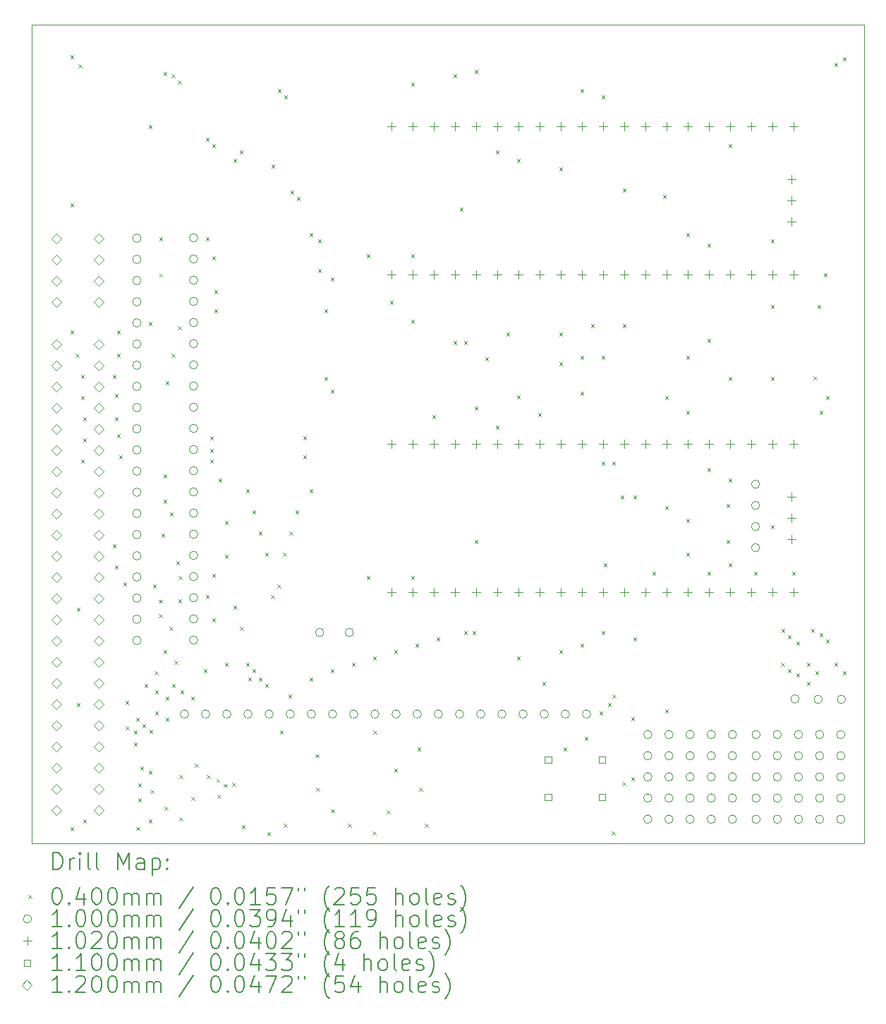
<source format=gbr>
%TF.GenerationSoftware,KiCad,Pcbnew,6.0.11-2627ca5db0~126~ubuntu22.04.1*%
%TF.CreationDate,2024-03-12T11:09:17+00:00*%
%TF.ProjectId,zx-spectrum-diagnostics,7a782d73-7065-4637-9472-756d2d646961,1.2*%
%TF.SameCoordinates,Original*%
%TF.FileFunction,Drillmap*%
%TF.FilePolarity,Positive*%
%FSLAX45Y45*%
G04 Gerber Fmt 4.5, Leading zero omitted, Abs format (unit mm)*
G04 Created by KiCad (PCBNEW 6.0.11-2627ca5db0~126~ubuntu22.04.1) date 2024-03-12 11:09:17*
%MOMM*%
%LPD*%
G01*
G04 APERTURE LIST*
%ADD10C,0.100000*%
%ADD11C,0.200000*%
%ADD12C,0.040000*%
%ADD13C,0.102000*%
%ADD14C,0.110000*%
%ADD15C,0.120000*%
G04 APERTURE END LIST*
D10*
X7470000Y-5588600D02*
X17461000Y-5588600D01*
X17461000Y-5588600D02*
X17461000Y-15405000D01*
X17461000Y-15405000D02*
X7470000Y-15405000D01*
X7470000Y-15405000D02*
X7470000Y-5588600D01*
D11*
D12*
X7930200Y-5949000D02*
X7970200Y-5989000D01*
X7970200Y-5949000D02*
X7930200Y-5989000D01*
X7930200Y-7727000D02*
X7970200Y-7767000D01*
X7970200Y-7727000D02*
X7930200Y-7767000D01*
X7930200Y-9251000D02*
X7970200Y-9291000D01*
X7970200Y-9251000D02*
X7930200Y-9291000D01*
X7930200Y-15215000D02*
X7970200Y-15255000D01*
X7970200Y-15215000D02*
X7930200Y-15255000D01*
X7990750Y-9530400D02*
X8030750Y-9570400D01*
X8030750Y-9530400D02*
X7990750Y-9570400D01*
X8006400Y-12578400D02*
X8046400Y-12618400D01*
X8046400Y-12578400D02*
X8006400Y-12618400D01*
X8006400Y-13721400D02*
X8046400Y-13761400D01*
X8046400Y-13721400D02*
X8006400Y-13761400D01*
X8023940Y-6059390D02*
X8063940Y-6099390D01*
X8063940Y-6059390D02*
X8023940Y-6099390D01*
X8057200Y-9784400D02*
X8097200Y-9824400D01*
X8097200Y-9784400D02*
X8057200Y-9824400D01*
X8057200Y-10038400D02*
X8097200Y-10078400D01*
X8097200Y-10038400D02*
X8057200Y-10078400D01*
X8057200Y-10800400D02*
X8097200Y-10840400D01*
X8097200Y-10800400D02*
X8057200Y-10840400D01*
X8082600Y-10292400D02*
X8122600Y-10332400D01*
X8122600Y-10292400D02*
X8082600Y-10332400D01*
X8082600Y-10546400D02*
X8122600Y-10586400D01*
X8122600Y-10546400D02*
X8082600Y-10586400D01*
X8082600Y-15118400D02*
X8122600Y-15158400D01*
X8122600Y-15118400D02*
X8082600Y-15158400D01*
X8438200Y-9784400D02*
X8478200Y-9824400D01*
X8478200Y-9784400D02*
X8438200Y-9824400D01*
X8438200Y-11816400D02*
X8478200Y-11856400D01*
X8478200Y-11816400D02*
X8438200Y-11856400D01*
X8463600Y-10013000D02*
X8503600Y-10053000D01*
X8503600Y-10013000D02*
X8463600Y-10053000D01*
X8463600Y-10292400D02*
X8503600Y-10332400D01*
X8503600Y-10292400D02*
X8463600Y-10332400D01*
X8463600Y-12070400D02*
X8503600Y-12110400D01*
X8503600Y-12070400D02*
X8463600Y-12110400D01*
X8489000Y-9251000D02*
X8529000Y-9291000D01*
X8529000Y-9251000D02*
X8489000Y-9291000D01*
X8489000Y-9530400D02*
X8529000Y-9570400D01*
X8529000Y-9530400D02*
X8489000Y-9570400D01*
X8489000Y-10495600D02*
X8529000Y-10535600D01*
X8529000Y-10495600D02*
X8489000Y-10535600D01*
X8514400Y-10749600D02*
X8554400Y-10789600D01*
X8554400Y-10749600D02*
X8514400Y-10789600D01*
X8565200Y-12273600D02*
X8605200Y-12313600D01*
X8605200Y-12273600D02*
X8565200Y-12313600D01*
X8590600Y-13696000D02*
X8630600Y-13736000D01*
X8630600Y-13696000D02*
X8590600Y-13736000D01*
X8592750Y-14000800D02*
X8632750Y-14040800D01*
X8632750Y-14000800D02*
X8592750Y-14040800D01*
X8692200Y-14051600D02*
X8732200Y-14091600D01*
X8732200Y-14051600D02*
X8692200Y-14091600D01*
X8692200Y-14200250D02*
X8732200Y-14240250D01*
X8732200Y-14200250D02*
X8692200Y-14240250D01*
X8717600Y-13899200D02*
X8757600Y-13939200D01*
X8757600Y-13899200D02*
X8717600Y-13939200D01*
X8723000Y-15210000D02*
X8763000Y-15250000D01*
X8763000Y-15210000D02*
X8723000Y-15250000D01*
X8743000Y-14686600D02*
X8783000Y-14726600D01*
X8783000Y-14686600D02*
X8743000Y-14726600D01*
X8743000Y-14864400D02*
X8783000Y-14904400D01*
X8783000Y-14864400D02*
X8743000Y-14904400D01*
X8768400Y-14483400D02*
X8808400Y-14523400D01*
X8808400Y-14483400D02*
X8768400Y-14523400D01*
X8793800Y-13975400D02*
X8833800Y-14015400D01*
X8833800Y-13975400D02*
X8793800Y-14015400D01*
X8819200Y-13492800D02*
X8859200Y-13532800D01*
X8859200Y-13492800D02*
X8819200Y-13532800D01*
X8870000Y-6787200D02*
X8910000Y-6827200D01*
X8910000Y-6787200D02*
X8870000Y-6827200D01*
X8870000Y-9149400D02*
X8910000Y-9189400D01*
X8910000Y-9149400D02*
X8870000Y-9189400D01*
X8870000Y-14534200D02*
X8910000Y-14574200D01*
X8910000Y-14534200D02*
X8870000Y-14574200D01*
X8870000Y-15118400D02*
X8910000Y-15158400D01*
X8910000Y-15118400D02*
X8870000Y-15158400D01*
X8876964Y-14047850D02*
X8916964Y-14087850D01*
X8916964Y-14047850D02*
X8876964Y-14087850D01*
X8891000Y-14762800D02*
X8931000Y-14802800D01*
X8931000Y-14762800D02*
X8891000Y-14802800D01*
X8920800Y-12299000D02*
X8960800Y-12339000D01*
X8960800Y-12299000D02*
X8920800Y-12339000D01*
X8943450Y-13340400D02*
X8983450Y-13380400D01*
X8983450Y-13340400D02*
X8943450Y-13380400D01*
X8946200Y-13569000D02*
X8986200Y-13609000D01*
X8986200Y-13569000D02*
X8946200Y-13609000D01*
X8946200Y-13823000D02*
X8986200Y-13863000D01*
X8986200Y-13823000D02*
X8946200Y-13863000D01*
X8993250Y-12484147D02*
X9033250Y-12524147D01*
X9033250Y-12484147D02*
X8993250Y-12524147D01*
X8993250Y-12654600D02*
X9033250Y-12694600D01*
X9033250Y-12654600D02*
X8993250Y-12694600D01*
X8997000Y-8133400D02*
X9037000Y-8173400D01*
X9037000Y-8133400D02*
X8997000Y-8173400D01*
X8997000Y-8570950D02*
X9037000Y-8610950D01*
X9037000Y-8570950D02*
X8997000Y-8610950D01*
X9022400Y-11689400D02*
X9062400Y-11729400D01*
X9062400Y-11689400D02*
X9022400Y-11729400D01*
X9047800Y-6152200D02*
X9087800Y-6192200D01*
X9087800Y-6152200D02*
X9047800Y-6192200D01*
X9047800Y-10978630D02*
X9087800Y-11018630D01*
X9087800Y-10978630D02*
X9047800Y-11018630D01*
X9047800Y-11283000D02*
X9087800Y-11323000D01*
X9087800Y-11283000D02*
X9047800Y-11323000D01*
X9047800Y-13086400D02*
X9087800Y-13126400D01*
X9087800Y-13086400D02*
X9047800Y-13126400D01*
X9061000Y-14966000D02*
X9101000Y-15006000D01*
X9101000Y-14966000D02*
X9061000Y-15006000D01*
X9073070Y-9860470D02*
X9113070Y-9900470D01*
X9113070Y-9860470D02*
X9073070Y-9900470D01*
X9073200Y-13645200D02*
X9113200Y-13685200D01*
X9113200Y-13645200D02*
X9073200Y-13685200D01*
X9073200Y-13899200D02*
X9113200Y-13939200D01*
X9113200Y-13899200D02*
X9073200Y-13939200D01*
X9120250Y-12807000D02*
X9160250Y-12847000D01*
X9160250Y-12807000D02*
X9120250Y-12847000D01*
X9123870Y-11435400D02*
X9163870Y-11475400D01*
X9163870Y-11435400D02*
X9123870Y-11475400D01*
X9145520Y-6177900D02*
X9185520Y-6217900D01*
X9185520Y-6177900D02*
X9145520Y-6217900D01*
X9145520Y-9531130D02*
X9185520Y-9571130D01*
X9185520Y-9531130D02*
X9145520Y-9571130D01*
X9149400Y-13496550D02*
X9189400Y-13536550D01*
X9189400Y-13496550D02*
X9149400Y-13536550D01*
X9178550Y-13213400D02*
X9218550Y-13253400D01*
X9218550Y-13213400D02*
X9178550Y-13253400D01*
X9200200Y-12019600D02*
X9240200Y-12059600D01*
X9240200Y-12019600D02*
X9200200Y-12059600D01*
X9217970Y-6258997D02*
X9257970Y-6298997D01*
X9257970Y-6258997D02*
X9217970Y-6298997D01*
X9217970Y-9200200D02*
X9257970Y-9240200D01*
X9257970Y-9200200D02*
X9217970Y-9240200D01*
X9225600Y-12476800D02*
X9265600Y-12516800D01*
X9265600Y-12476800D02*
X9225600Y-12516800D01*
X9226495Y-12198295D02*
X9266495Y-12238295D01*
X9266495Y-12198295D02*
X9226495Y-12238295D01*
X9238000Y-14585000D02*
X9278000Y-14625000D01*
X9278000Y-14585000D02*
X9238000Y-14625000D01*
X9238000Y-15096000D02*
X9278000Y-15136000D01*
X9278000Y-15096000D02*
X9238000Y-15136000D01*
X9251000Y-13569000D02*
X9291000Y-13609000D01*
X9291000Y-13569000D02*
X9251000Y-13609000D01*
X9378000Y-13645200D02*
X9418000Y-13685200D01*
X9418000Y-13645200D02*
X9378000Y-13685200D01*
X9381000Y-14848000D02*
X9421000Y-14888000D01*
X9421000Y-14848000D02*
X9381000Y-14888000D01*
X9424000Y-14452000D02*
X9464000Y-14492000D01*
X9464000Y-14452000D02*
X9424000Y-14492000D01*
X9530400Y-13315000D02*
X9570400Y-13355000D01*
X9570400Y-13315000D02*
X9530400Y-13355000D01*
X9555800Y-6939600D02*
X9595800Y-6979600D01*
X9595800Y-6939600D02*
X9555800Y-6979600D01*
X9555800Y-8133400D02*
X9595800Y-8173400D01*
X9595800Y-8133400D02*
X9555800Y-8173400D01*
X9555800Y-12426000D02*
X9595800Y-12466000D01*
X9595800Y-12426000D02*
X9555800Y-12466000D01*
X9565000Y-14585000D02*
X9605000Y-14625000D01*
X9605000Y-14585000D02*
X9565000Y-14625000D01*
X9606600Y-10521000D02*
X9646600Y-10561000D01*
X9646600Y-10521000D02*
X9606600Y-10561000D01*
X9606600Y-10673400D02*
X9646600Y-10713400D01*
X9646600Y-10673400D02*
X9606600Y-10713400D01*
X9606600Y-10800400D02*
X9646600Y-10840400D01*
X9646600Y-10800400D02*
X9606600Y-10840400D01*
X9632000Y-7015800D02*
X9672000Y-7055800D01*
X9672000Y-7015800D02*
X9632000Y-7055800D01*
X9632000Y-8362000D02*
X9672000Y-8402000D01*
X9672000Y-8362000D02*
X9632000Y-8402000D01*
X9632000Y-12172000D02*
X9672000Y-12212000D01*
X9672000Y-12172000D02*
X9632000Y-12212000D01*
X9632000Y-12705400D02*
X9672000Y-12745400D01*
X9672000Y-12705400D02*
X9632000Y-12745400D01*
X9657400Y-8768400D02*
X9697400Y-8808400D01*
X9697400Y-8768400D02*
X9657400Y-8808400D01*
X9657400Y-8997000D02*
X9697400Y-9037000D01*
X9697400Y-8997000D02*
X9657400Y-9037000D01*
X9682800Y-14634050D02*
X9722800Y-14674050D01*
X9722800Y-14634050D02*
X9682800Y-14674050D01*
X9697000Y-14824000D02*
X9737000Y-14864000D01*
X9737000Y-14824000D02*
X9697000Y-14864000D01*
X9708200Y-11029000D02*
X9748200Y-11069000D01*
X9748200Y-11029000D02*
X9708200Y-11069000D01*
X9769021Y-14692460D02*
X9809021Y-14732460D01*
X9809021Y-14692460D02*
X9769021Y-14732460D01*
X9784400Y-11537000D02*
X9824400Y-11577000D01*
X9824400Y-11537000D02*
X9784400Y-11577000D01*
X9784400Y-11943400D02*
X9824400Y-11983400D01*
X9824400Y-11943400D02*
X9784400Y-11983400D01*
X9784400Y-13238800D02*
X9824400Y-13278800D01*
X9824400Y-13238800D02*
X9784400Y-13278800D01*
X9871000Y-14683600D02*
X9911000Y-14723600D01*
X9911000Y-14683600D02*
X9871000Y-14723600D01*
X9886000Y-7193600D02*
X9926000Y-7233600D01*
X9926000Y-7193600D02*
X9886000Y-7233600D01*
X9886000Y-12553000D02*
X9926000Y-12593000D01*
X9926000Y-12553000D02*
X9886000Y-12593000D01*
X9962200Y-7092000D02*
X10002200Y-7132000D01*
X10002200Y-7092000D02*
X9962200Y-7132000D01*
X9965950Y-12807000D02*
X10005950Y-12847000D01*
X10005950Y-12807000D02*
X9965950Y-12847000D01*
X9987000Y-15186000D02*
X10027000Y-15226000D01*
X10027000Y-15186000D02*
X9987000Y-15226000D01*
X10038400Y-11156000D02*
X10078400Y-11196000D01*
X10078400Y-11156000D02*
X10038400Y-11196000D01*
X10038400Y-13238800D02*
X10078400Y-13278800D01*
X10078400Y-13238800D02*
X10038400Y-13278800D01*
X10063800Y-13416600D02*
X10103800Y-13456600D01*
X10103800Y-13416600D02*
X10063800Y-13456600D01*
X10114600Y-11410000D02*
X10154600Y-11450000D01*
X10154600Y-11410000D02*
X10114600Y-11450000D01*
X10114600Y-13315000D02*
X10154600Y-13355000D01*
X10154600Y-13315000D02*
X10114600Y-13355000D01*
X10190800Y-11664000D02*
X10230800Y-11704000D01*
X10230800Y-11664000D02*
X10190800Y-11704000D01*
X10190800Y-13416600D02*
X10230800Y-13456600D01*
X10230800Y-13416600D02*
X10190800Y-13456600D01*
X10267000Y-11918000D02*
X10307000Y-11958000D01*
X10307000Y-11918000D02*
X10267000Y-11958000D01*
X10267000Y-13492800D02*
X10307000Y-13532800D01*
X10307000Y-13492800D02*
X10267000Y-13532800D01*
X10292400Y-15270800D02*
X10332400Y-15310800D01*
X10332400Y-15270800D02*
X10292400Y-15310800D01*
X10339450Y-12426000D02*
X10379450Y-12466000D01*
X10379450Y-12426000D02*
X10339450Y-12466000D01*
X10343200Y-7266050D02*
X10383200Y-7306050D01*
X10383200Y-7266050D02*
X10343200Y-7306050D01*
X10411900Y-12299000D02*
X10451900Y-12339000D01*
X10451900Y-12299000D02*
X10411900Y-12339000D01*
X10419400Y-6355400D02*
X10459400Y-6395400D01*
X10459400Y-6355400D02*
X10419400Y-6395400D01*
X10444800Y-14051600D02*
X10484800Y-14091600D01*
X10484800Y-14051600D02*
X10444800Y-14091600D01*
X10484350Y-11918000D02*
X10524350Y-11958000D01*
X10524350Y-11918000D02*
X10484350Y-11958000D01*
X10493000Y-15169200D02*
X10533000Y-15209200D01*
X10533000Y-15169200D02*
X10493000Y-15209200D01*
X10495600Y-6431600D02*
X10535600Y-6471600D01*
X10535600Y-6431600D02*
X10495600Y-6471600D01*
X10546400Y-13619800D02*
X10586400Y-13659800D01*
X10586400Y-13619800D02*
X10546400Y-13659800D01*
X10556800Y-11664000D02*
X10596800Y-11704000D01*
X10596800Y-11664000D02*
X10556800Y-11704000D01*
X10571800Y-7574600D02*
X10611800Y-7614600D01*
X10611800Y-7574600D02*
X10571800Y-7614600D01*
X10629250Y-11410000D02*
X10669250Y-11450000D01*
X10669250Y-11410000D02*
X10629250Y-11450000D01*
X10648000Y-7650800D02*
X10688000Y-7690800D01*
X10688000Y-7650800D02*
X10648000Y-7690800D01*
X10724200Y-10521000D02*
X10764200Y-10561000D01*
X10764200Y-10521000D02*
X10724200Y-10561000D01*
X10724200Y-10749600D02*
X10764200Y-10789600D01*
X10764200Y-10749600D02*
X10724200Y-10789600D01*
X10800400Y-8082600D02*
X10840400Y-8122600D01*
X10840400Y-8082600D02*
X10800400Y-8122600D01*
X10800400Y-11156000D02*
X10840400Y-11196000D01*
X10840400Y-11156000D02*
X10800400Y-11196000D01*
X10800400Y-13416600D02*
X10840400Y-13456600D01*
X10840400Y-13416600D02*
X10800400Y-13456600D01*
X10870300Y-14337300D02*
X10910300Y-14377300D01*
X10910300Y-14337300D02*
X10870300Y-14377300D01*
X10877000Y-14738000D02*
X10917000Y-14778000D01*
X10917000Y-14738000D02*
X10877000Y-14778000D01*
X10902000Y-8158800D02*
X10942000Y-8198800D01*
X10942000Y-8158800D02*
X10902000Y-8198800D01*
X10902000Y-8514400D02*
X10942000Y-8554400D01*
X10942000Y-8514400D02*
X10902000Y-8554400D01*
X10978200Y-8997000D02*
X11018200Y-9037000D01*
X11018200Y-8997000D02*
X10978200Y-9037000D01*
X10978200Y-9809800D02*
X11018200Y-9849800D01*
X11018200Y-9809800D02*
X10978200Y-9849800D01*
X11054400Y-8616000D02*
X11094400Y-8656000D01*
X11094400Y-8616000D02*
X11054400Y-8656000D01*
X11054400Y-9962200D02*
X11094400Y-10002200D01*
X11094400Y-9962200D02*
X11054400Y-10002200D01*
X11054400Y-13315000D02*
X11094400Y-13355000D01*
X11094400Y-13315000D02*
X11054400Y-13355000D01*
X11057000Y-14998000D02*
X11097000Y-15038000D01*
X11097000Y-14998000D02*
X11057000Y-15038000D01*
X11261000Y-15169200D02*
X11301000Y-15209200D01*
X11301000Y-15169200D02*
X11261000Y-15209200D01*
X11308400Y-13238800D02*
X11348400Y-13278800D01*
X11348400Y-13238800D02*
X11308400Y-13278800D01*
X11486200Y-8336600D02*
X11526200Y-8376600D01*
X11526200Y-8336600D02*
X11486200Y-8376600D01*
X11486200Y-12197400D02*
X11526200Y-12237400D01*
X11526200Y-12197400D02*
X11486200Y-12237400D01*
X11555800Y-15267800D02*
X11595800Y-15307800D01*
X11595800Y-15267800D02*
X11555800Y-15307800D01*
X11562400Y-13166350D02*
X11602400Y-13206350D01*
X11602400Y-13166350D02*
X11562400Y-13206350D01*
X11568000Y-14051600D02*
X11608000Y-14091600D01*
X11608000Y-14051600D02*
X11568000Y-14091600D01*
X11725000Y-15009000D02*
X11765000Y-15049000D01*
X11765000Y-15009000D02*
X11725000Y-15049000D01*
X11765600Y-8895400D02*
X11805600Y-8935400D01*
X11805600Y-8895400D02*
X11765600Y-8935400D01*
X11816400Y-13086400D02*
X11856400Y-13126400D01*
X11856400Y-13086400D02*
X11816400Y-13126400D01*
X11816400Y-14510000D02*
X11856400Y-14550000D01*
X11856400Y-14510000D02*
X11816400Y-14550000D01*
X12019600Y-6279200D02*
X12059600Y-6319200D01*
X12059600Y-6279200D02*
X12019600Y-6319200D01*
X12019600Y-8336600D02*
X12059600Y-8376600D01*
X12059600Y-8336600D02*
X12019600Y-8376600D01*
X12019600Y-9124000D02*
X12059600Y-9164000D01*
X12059600Y-9124000D02*
X12019600Y-9164000D01*
X12019600Y-12197400D02*
X12059600Y-12237400D01*
X12059600Y-12197400D02*
X12019600Y-12237400D01*
X12070400Y-13013950D02*
X12110400Y-13053950D01*
X12110400Y-13013950D02*
X12070400Y-13053950D01*
X12095800Y-14254800D02*
X12135800Y-14294800D01*
X12135800Y-14254800D02*
X12095800Y-14294800D01*
X12113300Y-14737400D02*
X12153300Y-14777400D01*
X12153300Y-14737400D02*
X12113300Y-14777400D01*
X12186000Y-15171000D02*
X12226000Y-15211000D01*
X12226000Y-15171000D02*
X12186000Y-15211000D01*
X12273600Y-10267000D02*
X12313600Y-10307000D01*
X12313600Y-10267000D02*
X12273600Y-10307000D01*
X12324400Y-12934000D02*
X12364400Y-12974000D01*
X12364400Y-12934000D02*
X12324400Y-12974000D01*
X12527600Y-6177600D02*
X12567600Y-6217600D01*
X12567600Y-6177600D02*
X12527600Y-6217600D01*
X12527600Y-9378000D02*
X12567600Y-9418000D01*
X12567600Y-9378000D02*
X12527600Y-9418000D01*
X12603800Y-7777800D02*
X12643800Y-7817800D01*
X12643800Y-7777800D02*
X12603800Y-7817800D01*
X12654600Y-9378000D02*
X12694600Y-9418000D01*
X12694600Y-9378000D02*
X12654600Y-9418000D01*
X12654600Y-12857800D02*
X12694600Y-12897800D01*
X12694600Y-12857800D02*
X12654600Y-12897800D01*
X12756200Y-12861550D02*
X12796200Y-12901550D01*
X12796200Y-12861550D02*
X12756200Y-12901550D01*
X12781600Y-6126800D02*
X12821600Y-6166800D01*
X12821600Y-6126800D02*
X12781600Y-6166800D01*
X12781600Y-10165400D02*
X12821600Y-10205400D01*
X12821600Y-10165400D02*
X12781600Y-10205400D01*
X12781600Y-11765600D02*
X12821600Y-11805600D01*
X12821600Y-11765600D02*
X12781600Y-11805600D01*
X12908600Y-9574550D02*
X12948600Y-9614550D01*
X12948600Y-9574550D02*
X12908600Y-9614550D01*
X13035600Y-7092000D02*
X13075600Y-7132000D01*
X13075600Y-7092000D02*
X13035600Y-7132000D01*
X13035600Y-10394000D02*
X13075600Y-10434000D01*
X13075600Y-10394000D02*
X13035600Y-10434000D01*
X13162600Y-9276400D02*
X13202600Y-9316400D01*
X13202600Y-9276400D02*
X13162600Y-9316400D01*
X13289600Y-7193600D02*
X13329600Y-7233600D01*
X13329600Y-7193600D02*
X13289600Y-7233600D01*
X13289600Y-10034650D02*
X13329600Y-10074650D01*
X13329600Y-10034650D02*
X13289600Y-10074650D01*
X13289600Y-13162600D02*
X13329600Y-13202600D01*
X13329600Y-13162600D02*
X13289600Y-13202600D01*
X13543600Y-10241600D02*
X13583600Y-10281600D01*
X13583600Y-10241600D02*
X13543600Y-10281600D01*
X13594400Y-13467400D02*
X13634400Y-13507400D01*
X13634400Y-13467400D02*
X13594400Y-13507400D01*
X13797600Y-7295200D02*
X13837600Y-7335200D01*
X13837600Y-7295200D02*
X13797600Y-7335200D01*
X13797600Y-9276400D02*
X13837600Y-9316400D01*
X13837600Y-9276400D02*
X13797600Y-9316400D01*
X13797600Y-9632000D02*
X13837600Y-9672000D01*
X13837600Y-9632000D02*
X13797600Y-9672000D01*
X13797600Y-13086400D02*
X13837600Y-13126400D01*
X13837600Y-13086400D02*
X13797600Y-13126400D01*
X13848400Y-14254800D02*
X13888400Y-14294800D01*
X13888400Y-14254800D02*
X13848400Y-14294800D01*
X14051600Y-6355400D02*
X14091600Y-6395400D01*
X14091600Y-6355400D02*
X14051600Y-6395400D01*
X14051600Y-9555800D02*
X14091600Y-9595800D01*
X14091600Y-9555800D02*
X14051600Y-9595800D01*
X14051600Y-9987600D02*
X14091600Y-10027600D01*
X14091600Y-9987600D02*
X14051600Y-10027600D01*
X14051600Y-13010200D02*
X14091600Y-13050200D01*
X14091600Y-13010200D02*
X14051600Y-13050200D01*
X14102400Y-14127800D02*
X14142400Y-14167800D01*
X14142400Y-14127800D02*
X14102400Y-14167800D01*
X14178600Y-9174800D02*
X14218600Y-9214800D01*
X14218600Y-9174800D02*
X14178600Y-9214800D01*
X14280200Y-13823000D02*
X14320200Y-13863000D01*
X14320200Y-13823000D02*
X14280200Y-13863000D01*
X14305600Y-6431600D02*
X14345600Y-6471600D01*
X14345600Y-6431600D02*
X14305600Y-6471600D01*
X14305600Y-9555800D02*
X14345600Y-9595800D01*
X14345600Y-9555800D02*
X14305600Y-9595800D01*
X14305600Y-10825800D02*
X14345600Y-10865800D01*
X14345600Y-10825800D02*
X14305600Y-10865800D01*
X14305600Y-12857800D02*
X14345600Y-12897800D01*
X14345600Y-12857800D02*
X14305600Y-12897800D01*
X14331000Y-12045000D02*
X14371000Y-12085000D01*
X14371000Y-12045000D02*
X14331000Y-12085000D01*
X14381800Y-13721400D02*
X14421800Y-13761400D01*
X14421800Y-13721400D02*
X14381800Y-13761400D01*
X14426000Y-15267800D02*
X14466000Y-15307800D01*
X14466000Y-15267800D02*
X14426000Y-15307800D01*
X14432600Y-10825800D02*
X14472600Y-10865800D01*
X14472600Y-10825800D02*
X14432600Y-10865800D01*
X14437340Y-13619800D02*
X14477340Y-13659800D01*
X14477340Y-13619800D02*
X14437340Y-13659800D01*
X14534200Y-11232200D02*
X14574200Y-11272200D01*
X14574200Y-11232200D02*
X14534200Y-11272200D01*
X14553000Y-14673000D02*
X14593000Y-14713000D01*
X14593000Y-14673000D02*
X14553000Y-14713000D01*
X14559600Y-7549200D02*
X14599600Y-7589200D01*
X14599600Y-7549200D02*
X14559600Y-7589200D01*
X14559600Y-9174800D02*
X14599600Y-9214800D01*
X14599600Y-9174800D02*
X14559600Y-9214800D01*
X14661200Y-13895450D02*
X14701200Y-13935450D01*
X14701200Y-13895450D02*
X14661200Y-13935450D01*
X14661200Y-14610400D02*
X14701200Y-14650400D01*
X14701200Y-14610400D02*
X14661200Y-14650400D01*
X14686600Y-11232200D02*
X14726600Y-11272200D01*
X14726600Y-11232200D02*
X14686600Y-11272200D01*
X14686600Y-12934000D02*
X14726600Y-12974000D01*
X14726600Y-12934000D02*
X14686600Y-12974000D01*
X14915200Y-12146600D02*
X14955200Y-12186600D01*
X14955200Y-12146600D02*
X14915200Y-12186600D01*
X15042200Y-7625400D02*
X15082200Y-7665400D01*
X15082200Y-7625400D02*
X15042200Y-7665400D01*
X15067600Y-10038400D02*
X15107600Y-10078400D01*
X15107600Y-10038400D02*
X15067600Y-10078400D01*
X15067600Y-11359200D02*
X15107600Y-11399200D01*
X15107600Y-11359200D02*
X15067600Y-11399200D01*
X15067600Y-13797600D02*
X15107600Y-13837600D01*
X15107600Y-13797600D02*
X15067600Y-13837600D01*
X15321600Y-8082600D02*
X15361600Y-8122600D01*
X15361600Y-8082600D02*
X15321600Y-8122600D01*
X15321600Y-9555800D02*
X15361600Y-9595800D01*
X15361600Y-9555800D02*
X15321600Y-9595800D01*
X15321600Y-10216200D02*
X15361600Y-10256200D01*
X15361600Y-10216200D02*
X15321600Y-10256200D01*
X15321600Y-11511600D02*
X15361600Y-11551600D01*
X15361600Y-11511600D02*
X15321600Y-11551600D01*
X15321600Y-11918000D02*
X15361600Y-11958000D01*
X15361600Y-11918000D02*
X15321600Y-11958000D01*
X15575600Y-8209600D02*
X15615600Y-8249600D01*
X15615600Y-8209600D02*
X15575600Y-8249600D01*
X15575600Y-9352600D02*
X15615600Y-9392600D01*
X15615600Y-9352600D02*
X15575600Y-9392600D01*
X15575600Y-10902000D02*
X15615600Y-10942000D01*
X15615600Y-10902000D02*
X15575600Y-10942000D01*
X15575600Y-12146600D02*
X15615600Y-12186600D01*
X15615600Y-12146600D02*
X15575600Y-12186600D01*
X15804200Y-11333800D02*
X15844200Y-11373800D01*
X15844200Y-11333800D02*
X15804200Y-11373800D01*
X15804200Y-11765600D02*
X15844200Y-11805600D01*
X15844200Y-11765600D02*
X15804200Y-11805600D01*
X15829600Y-7015800D02*
X15869600Y-7055800D01*
X15869600Y-7015800D02*
X15829600Y-7055800D01*
X15829600Y-9809800D02*
X15869600Y-9849800D01*
X15869600Y-9809800D02*
X15829600Y-9849800D01*
X15829600Y-11029000D02*
X15869600Y-11069000D01*
X15869600Y-11029000D02*
X15829600Y-11069000D01*
X15829600Y-12045000D02*
X15869600Y-12085000D01*
X15869600Y-12045000D02*
X15829600Y-12085000D01*
X16134400Y-12146600D02*
X16174400Y-12186600D01*
X16174400Y-12146600D02*
X16134400Y-12186600D01*
X16337600Y-8158800D02*
X16377600Y-8198800D01*
X16377600Y-8158800D02*
X16337600Y-8198800D01*
X16337600Y-8946200D02*
X16377600Y-8986200D01*
X16377600Y-8946200D02*
X16337600Y-8986200D01*
X16337600Y-9809800D02*
X16377600Y-9849800D01*
X16377600Y-9809800D02*
X16337600Y-9849800D01*
X16337600Y-11587800D02*
X16377600Y-11627800D01*
X16377600Y-11587800D02*
X16337600Y-11627800D01*
X16457636Y-13242550D02*
X16497636Y-13282550D01*
X16497636Y-13242550D02*
X16457636Y-13282550D01*
X16464600Y-12832400D02*
X16504600Y-12872400D01*
X16504600Y-12832400D02*
X16464600Y-12872400D01*
X16540800Y-12908600D02*
X16580800Y-12948600D01*
X16580800Y-12908600D02*
X16540800Y-12948600D01*
X16540800Y-13315000D02*
X16580800Y-13355000D01*
X16580800Y-13315000D02*
X16540800Y-13355000D01*
X16591600Y-12146600D02*
X16631600Y-12186600D01*
X16631600Y-12146600D02*
X16591600Y-12186600D01*
X16642400Y-12984800D02*
X16682400Y-13024800D01*
X16682400Y-12984800D02*
X16642400Y-13024800D01*
X16642400Y-13365800D02*
X16682400Y-13405800D01*
X16682400Y-13365800D02*
X16642400Y-13405800D01*
X16769400Y-13238800D02*
X16809400Y-13278800D01*
X16809400Y-13238800D02*
X16769400Y-13278800D01*
X16769400Y-13467400D02*
X16809400Y-13507400D01*
X16809400Y-13467400D02*
X16769400Y-13507400D01*
X16820200Y-12836150D02*
X16860200Y-12876150D01*
X16860200Y-12836150D02*
X16820200Y-12876150D01*
X16849350Y-9804900D02*
X16889350Y-9844900D01*
X16889350Y-9804900D02*
X16849350Y-9844900D01*
X16871000Y-13340400D02*
X16911000Y-13380400D01*
X16911000Y-13340400D02*
X16871000Y-13380400D01*
X16896400Y-8946200D02*
X16936400Y-8986200D01*
X16936400Y-8946200D02*
X16896400Y-8986200D01*
X16921800Y-10216200D02*
X16961800Y-10256200D01*
X16961800Y-10216200D02*
X16921800Y-10256200D01*
X16921800Y-12883200D02*
X16961800Y-12923200D01*
X16961800Y-12883200D02*
X16921800Y-12923200D01*
X16972600Y-8565200D02*
X17012600Y-8605200D01*
X17012600Y-8565200D02*
X16972600Y-8605200D01*
X16998000Y-10038400D02*
X17038000Y-10078400D01*
X17038000Y-10038400D02*
X16998000Y-10078400D01*
X16998000Y-12959400D02*
X17038000Y-12999400D01*
X17038000Y-12959400D02*
X16998000Y-12999400D01*
X17099600Y-6046850D02*
X17139600Y-6086850D01*
X17139600Y-6046850D02*
X17099600Y-6086850D01*
X17099600Y-13238800D02*
X17139600Y-13278800D01*
X17139600Y-13238800D02*
X17099600Y-13278800D01*
X17201200Y-5974400D02*
X17241200Y-6014400D01*
X17241200Y-5974400D02*
X17201200Y-6014400D01*
X17201200Y-13340400D02*
X17241200Y-13380400D01*
X17241200Y-13340400D02*
X17201200Y-13380400D01*
D10*
X8778500Y-8147000D02*
G75*
G03*
X8778500Y-8147000I-50000J0D01*
G01*
X8778500Y-8401000D02*
G75*
G03*
X8778500Y-8401000I-50000J0D01*
G01*
X8778500Y-8655000D02*
G75*
G03*
X8778500Y-8655000I-50000J0D01*
G01*
X8778500Y-8909000D02*
G75*
G03*
X8778500Y-8909000I-50000J0D01*
G01*
X8778500Y-9163000D02*
G75*
G03*
X8778500Y-9163000I-50000J0D01*
G01*
X8778500Y-9417000D02*
G75*
G03*
X8778500Y-9417000I-50000J0D01*
G01*
X8778500Y-9671000D02*
G75*
G03*
X8778500Y-9671000I-50000J0D01*
G01*
X8778500Y-9925000D02*
G75*
G03*
X8778500Y-9925000I-50000J0D01*
G01*
X8778500Y-10179000D02*
G75*
G03*
X8778500Y-10179000I-50000J0D01*
G01*
X8778500Y-10433000D02*
G75*
G03*
X8778500Y-10433000I-50000J0D01*
G01*
X8778500Y-10687000D02*
G75*
G03*
X8778500Y-10687000I-50000J0D01*
G01*
X8778500Y-10941000D02*
G75*
G03*
X8778500Y-10941000I-50000J0D01*
G01*
X8778500Y-11195000D02*
G75*
G03*
X8778500Y-11195000I-50000J0D01*
G01*
X8778500Y-11449000D02*
G75*
G03*
X8778500Y-11449000I-50000J0D01*
G01*
X8778500Y-11703000D02*
G75*
G03*
X8778500Y-11703000I-50000J0D01*
G01*
X8778500Y-11957000D02*
G75*
G03*
X8778500Y-11957000I-50000J0D01*
G01*
X8778500Y-12211000D02*
G75*
G03*
X8778500Y-12211000I-50000J0D01*
G01*
X8778500Y-12465000D02*
G75*
G03*
X8778500Y-12465000I-50000J0D01*
G01*
X8778500Y-12719000D02*
G75*
G03*
X8778500Y-12719000I-50000J0D01*
G01*
X8778500Y-12973000D02*
G75*
G03*
X8778500Y-12973000I-50000J0D01*
G01*
X9349000Y-13856500D02*
G75*
G03*
X9349000Y-13856500I-50000J0D01*
G01*
X9459000Y-8143000D02*
G75*
G03*
X9459000Y-8143000I-50000J0D01*
G01*
X9459000Y-8397000D02*
G75*
G03*
X9459000Y-8397000I-50000J0D01*
G01*
X9459000Y-8651000D02*
G75*
G03*
X9459000Y-8651000I-50000J0D01*
G01*
X9459000Y-8905000D02*
G75*
G03*
X9459000Y-8905000I-50000J0D01*
G01*
X9459000Y-9159000D02*
G75*
G03*
X9459000Y-9159000I-50000J0D01*
G01*
X9459000Y-9413000D02*
G75*
G03*
X9459000Y-9413000I-50000J0D01*
G01*
X9459000Y-9667000D02*
G75*
G03*
X9459000Y-9667000I-50000J0D01*
G01*
X9459000Y-9921000D02*
G75*
G03*
X9459000Y-9921000I-50000J0D01*
G01*
X9459000Y-10175000D02*
G75*
G03*
X9459000Y-10175000I-50000J0D01*
G01*
X9459000Y-10429000D02*
G75*
G03*
X9459000Y-10429000I-50000J0D01*
G01*
X9459000Y-10683000D02*
G75*
G03*
X9459000Y-10683000I-50000J0D01*
G01*
X9459000Y-10937000D02*
G75*
G03*
X9459000Y-10937000I-50000J0D01*
G01*
X9459000Y-11191000D02*
G75*
G03*
X9459000Y-11191000I-50000J0D01*
G01*
X9459000Y-11445000D02*
G75*
G03*
X9459000Y-11445000I-50000J0D01*
G01*
X9459000Y-11699000D02*
G75*
G03*
X9459000Y-11699000I-50000J0D01*
G01*
X9459000Y-11953000D02*
G75*
G03*
X9459000Y-11953000I-50000J0D01*
G01*
X9459000Y-12207000D02*
G75*
G03*
X9459000Y-12207000I-50000J0D01*
G01*
X9459000Y-12461000D02*
G75*
G03*
X9459000Y-12461000I-50000J0D01*
G01*
X9459000Y-12715000D02*
G75*
G03*
X9459000Y-12715000I-50000J0D01*
G01*
X9459000Y-12969000D02*
G75*
G03*
X9459000Y-12969000I-50000J0D01*
G01*
X9603000Y-13856500D02*
G75*
G03*
X9603000Y-13856500I-50000J0D01*
G01*
X9857000Y-13856500D02*
G75*
G03*
X9857000Y-13856500I-50000J0D01*
G01*
X10111000Y-13856500D02*
G75*
G03*
X10111000Y-13856500I-50000J0D01*
G01*
X10365000Y-13856500D02*
G75*
G03*
X10365000Y-13856500I-50000J0D01*
G01*
X10619000Y-13856500D02*
G75*
G03*
X10619000Y-13856500I-50000J0D01*
G01*
X10873000Y-13856500D02*
G75*
G03*
X10873000Y-13856500I-50000J0D01*
G01*
X10972000Y-12877800D02*
G75*
G03*
X10972000Y-12877800I-50000J0D01*
G01*
X11127000Y-13856500D02*
G75*
G03*
X11127000Y-13856500I-50000J0D01*
G01*
X11327600Y-12877800D02*
G75*
G03*
X11327600Y-12877800I-50000J0D01*
G01*
X11381000Y-13856500D02*
G75*
G03*
X11381000Y-13856500I-50000J0D01*
G01*
X11635000Y-13856500D02*
G75*
G03*
X11635000Y-13856500I-50000J0D01*
G01*
X11889000Y-13856500D02*
G75*
G03*
X11889000Y-13856500I-50000J0D01*
G01*
X12143000Y-13856500D02*
G75*
G03*
X12143000Y-13856500I-50000J0D01*
G01*
X12397000Y-13856500D02*
G75*
G03*
X12397000Y-13856500I-50000J0D01*
G01*
X12651000Y-13856500D02*
G75*
G03*
X12651000Y-13856500I-50000J0D01*
G01*
X12905000Y-13856500D02*
G75*
G03*
X12905000Y-13856500I-50000J0D01*
G01*
X13159000Y-13856500D02*
G75*
G03*
X13159000Y-13856500I-50000J0D01*
G01*
X13413000Y-13856500D02*
G75*
G03*
X13413000Y-13856500I-50000J0D01*
G01*
X13667000Y-13856500D02*
G75*
G03*
X13667000Y-13856500I-50000J0D01*
G01*
X13921000Y-13856500D02*
G75*
G03*
X13921000Y-13856500I-50000J0D01*
G01*
X14175000Y-13856500D02*
G75*
G03*
X14175000Y-13856500I-50000J0D01*
G01*
X14911000Y-14102000D02*
G75*
G03*
X14911000Y-14102000I-50000J0D01*
G01*
X14911000Y-14356000D02*
G75*
G03*
X14911000Y-14356000I-50000J0D01*
G01*
X14911000Y-14610000D02*
G75*
G03*
X14911000Y-14610000I-50000J0D01*
G01*
X14911000Y-14864000D02*
G75*
G03*
X14911000Y-14864000I-50000J0D01*
G01*
X14911000Y-15118000D02*
G75*
G03*
X14911000Y-15118000I-50000J0D01*
G01*
X15165000Y-14102000D02*
G75*
G03*
X15165000Y-14102000I-50000J0D01*
G01*
X15165000Y-14356000D02*
G75*
G03*
X15165000Y-14356000I-50000J0D01*
G01*
X15165000Y-14610000D02*
G75*
G03*
X15165000Y-14610000I-50000J0D01*
G01*
X15165000Y-14864000D02*
G75*
G03*
X15165000Y-14864000I-50000J0D01*
G01*
X15165000Y-15118000D02*
G75*
G03*
X15165000Y-15118000I-50000J0D01*
G01*
X15419000Y-14102000D02*
G75*
G03*
X15419000Y-14102000I-50000J0D01*
G01*
X15419000Y-14356000D02*
G75*
G03*
X15419000Y-14356000I-50000J0D01*
G01*
X15419000Y-14610000D02*
G75*
G03*
X15419000Y-14610000I-50000J0D01*
G01*
X15419000Y-14864000D02*
G75*
G03*
X15419000Y-14864000I-50000J0D01*
G01*
X15419000Y-15118000D02*
G75*
G03*
X15419000Y-15118000I-50000J0D01*
G01*
X15673000Y-14102000D02*
G75*
G03*
X15673000Y-14102000I-50000J0D01*
G01*
X15673000Y-14356000D02*
G75*
G03*
X15673000Y-14356000I-50000J0D01*
G01*
X15673000Y-14610000D02*
G75*
G03*
X15673000Y-14610000I-50000J0D01*
G01*
X15673000Y-14864000D02*
G75*
G03*
X15673000Y-14864000I-50000J0D01*
G01*
X15673000Y-15118000D02*
G75*
G03*
X15673000Y-15118000I-50000J0D01*
G01*
X15927000Y-14102000D02*
G75*
G03*
X15927000Y-14102000I-50000J0D01*
G01*
X15927000Y-14356000D02*
G75*
G03*
X15927000Y-14356000I-50000J0D01*
G01*
X15927000Y-14610000D02*
G75*
G03*
X15927000Y-14610000I-50000J0D01*
G01*
X15927000Y-14864000D02*
G75*
G03*
X15927000Y-14864000I-50000J0D01*
G01*
X15927000Y-15118000D02*
G75*
G03*
X15927000Y-15118000I-50000J0D01*
G01*
X16204400Y-11098800D02*
G75*
G03*
X16204400Y-11098800I-50000J0D01*
G01*
X16204400Y-11352800D02*
G75*
G03*
X16204400Y-11352800I-50000J0D01*
G01*
X16204400Y-11606800D02*
G75*
G03*
X16204400Y-11606800I-50000J0D01*
G01*
X16204400Y-11860800D02*
G75*
G03*
X16204400Y-11860800I-50000J0D01*
G01*
X16211000Y-14102000D02*
G75*
G03*
X16211000Y-14102000I-50000J0D01*
G01*
X16211000Y-14356000D02*
G75*
G03*
X16211000Y-14356000I-50000J0D01*
G01*
X16211000Y-14610000D02*
G75*
G03*
X16211000Y-14610000I-50000J0D01*
G01*
X16211000Y-14864000D02*
G75*
G03*
X16211000Y-14864000I-50000J0D01*
G01*
X16211000Y-15118000D02*
G75*
G03*
X16211000Y-15118000I-50000J0D01*
G01*
X16465000Y-14102000D02*
G75*
G03*
X16465000Y-14102000I-50000J0D01*
G01*
X16465000Y-14356000D02*
G75*
G03*
X16465000Y-14356000I-50000J0D01*
G01*
X16465000Y-14610000D02*
G75*
G03*
X16465000Y-14610000I-50000J0D01*
G01*
X16465000Y-14864000D02*
G75*
G03*
X16465000Y-14864000I-50000J0D01*
G01*
X16465000Y-15118000D02*
G75*
G03*
X16465000Y-15118000I-50000J0D01*
G01*
X16677000Y-13675000D02*
G75*
G03*
X16677000Y-13675000I-50000J0D01*
G01*
X16719000Y-14102000D02*
G75*
G03*
X16719000Y-14102000I-50000J0D01*
G01*
X16719000Y-14356000D02*
G75*
G03*
X16719000Y-14356000I-50000J0D01*
G01*
X16719000Y-14610000D02*
G75*
G03*
X16719000Y-14610000I-50000J0D01*
G01*
X16719000Y-14864000D02*
G75*
G03*
X16719000Y-14864000I-50000J0D01*
G01*
X16719000Y-15118000D02*
G75*
G03*
X16719000Y-15118000I-50000J0D01*
G01*
X16955000Y-13680000D02*
G75*
G03*
X16955000Y-13680000I-50000J0D01*
G01*
X16973000Y-14102000D02*
G75*
G03*
X16973000Y-14102000I-50000J0D01*
G01*
X16973000Y-14356000D02*
G75*
G03*
X16973000Y-14356000I-50000J0D01*
G01*
X16973000Y-14610000D02*
G75*
G03*
X16973000Y-14610000I-50000J0D01*
G01*
X16973000Y-14864000D02*
G75*
G03*
X16973000Y-14864000I-50000J0D01*
G01*
X16973000Y-15118000D02*
G75*
G03*
X16973000Y-15118000I-50000J0D01*
G01*
X17227000Y-14102000D02*
G75*
G03*
X17227000Y-14102000I-50000J0D01*
G01*
X17227000Y-14356000D02*
G75*
G03*
X17227000Y-14356000I-50000J0D01*
G01*
X17227000Y-14610000D02*
G75*
G03*
X17227000Y-14610000I-50000J0D01*
G01*
X17227000Y-14864000D02*
G75*
G03*
X17227000Y-14864000I-50000J0D01*
G01*
X17227000Y-15118000D02*
G75*
G03*
X17227000Y-15118000I-50000J0D01*
G01*
X17235000Y-13681000D02*
G75*
G03*
X17235000Y-13681000I-50000J0D01*
G01*
D13*
X11785600Y-6756200D02*
X11785600Y-6858200D01*
X11734600Y-6807200D02*
X11836600Y-6807200D01*
X11785600Y-8534200D02*
X11785600Y-8636200D01*
X11734600Y-8585200D02*
X11836600Y-8585200D01*
X11785600Y-10566200D02*
X11785600Y-10668200D01*
X11734600Y-10617200D02*
X11836600Y-10617200D01*
X11785600Y-12344200D02*
X11785600Y-12446200D01*
X11734600Y-12395200D02*
X11836600Y-12395200D01*
X12039600Y-6756200D02*
X12039600Y-6858200D01*
X11988600Y-6807200D02*
X12090600Y-6807200D01*
X12039600Y-8534200D02*
X12039600Y-8636200D01*
X11988600Y-8585200D02*
X12090600Y-8585200D01*
X12039600Y-10566200D02*
X12039600Y-10668200D01*
X11988600Y-10617200D02*
X12090600Y-10617200D01*
X12039600Y-12344200D02*
X12039600Y-12446200D01*
X11988600Y-12395200D02*
X12090600Y-12395200D01*
X12293600Y-6756200D02*
X12293600Y-6858200D01*
X12242600Y-6807200D02*
X12344600Y-6807200D01*
X12293600Y-8534200D02*
X12293600Y-8636200D01*
X12242600Y-8585200D02*
X12344600Y-8585200D01*
X12293600Y-10566200D02*
X12293600Y-10668200D01*
X12242600Y-10617200D02*
X12344600Y-10617200D01*
X12293600Y-12344200D02*
X12293600Y-12446200D01*
X12242600Y-12395200D02*
X12344600Y-12395200D01*
X12547600Y-6756200D02*
X12547600Y-6858200D01*
X12496600Y-6807200D02*
X12598600Y-6807200D01*
X12547600Y-8534200D02*
X12547600Y-8636200D01*
X12496600Y-8585200D02*
X12598600Y-8585200D01*
X12547600Y-10566200D02*
X12547600Y-10668200D01*
X12496600Y-10617200D02*
X12598600Y-10617200D01*
X12547600Y-12344200D02*
X12547600Y-12446200D01*
X12496600Y-12395200D02*
X12598600Y-12395200D01*
X12801600Y-6756200D02*
X12801600Y-6858200D01*
X12750600Y-6807200D02*
X12852600Y-6807200D01*
X12801600Y-8534200D02*
X12801600Y-8636200D01*
X12750600Y-8585200D02*
X12852600Y-8585200D01*
X12801600Y-10566200D02*
X12801600Y-10668200D01*
X12750600Y-10617200D02*
X12852600Y-10617200D01*
X12801600Y-12344200D02*
X12801600Y-12446200D01*
X12750600Y-12395200D02*
X12852600Y-12395200D01*
X13055600Y-6756200D02*
X13055600Y-6858200D01*
X13004600Y-6807200D02*
X13106600Y-6807200D01*
X13055600Y-8534200D02*
X13055600Y-8636200D01*
X13004600Y-8585200D02*
X13106600Y-8585200D01*
X13055600Y-10566200D02*
X13055600Y-10668200D01*
X13004600Y-10617200D02*
X13106600Y-10617200D01*
X13055600Y-12344200D02*
X13055600Y-12446200D01*
X13004600Y-12395200D02*
X13106600Y-12395200D01*
X13309600Y-6756200D02*
X13309600Y-6858200D01*
X13258600Y-6807200D02*
X13360600Y-6807200D01*
X13309600Y-8534200D02*
X13309600Y-8636200D01*
X13258600Y-8585200D02*
X13360600Y-8585200D01*
X13309600Y-10566200D02*
X13309600Y-10668200D01*
X13258600Y-10617200D02*
X13360600Y-10617200D01*
X13309600Y-12344200D02*
X13309600Y-12446200D01*
X13258600Y-12395200D02*
X13360600Y-12395200D01*
X13563600Y-6756200D02*
X13563600Y-6858200D01*
X13512600Y-6807200D02*
X13614600Y-6807200D01*
X13563600Y-8534200D02*
X13563600Y-8636200D01*
X13512600Y-8585200D02*
X13614600Y-8585200D01*
X13563600Y-10566200D02*
X13563600Y-10668200D01*
X13512600Y-10617200D02*
X13614600Y-10617200D01*
X13563600Y-12344200D02*
X13563600Y-12446200D01*
X13512600Y-12395200D02*
X13614600Y-12395200D01*
X13817600Y-6756200D02*
X13817600Y-6858200D01*
X13766600Y-6807200D02*
X13868600Y-6807200D01*
X13817600Y-8534200D02*
X13817600Y-8636200D01*
X13766600Y-8585200D02*
X13868600Y-8585200D01*
X13817600Y-10566200D02*
X13817600Y-10668200D01*
X13766600Y-10617200D02*
X13868600Y-10617200D01*
X13817600Y-12344200D02*
X13817600Y-12446200D01*
X13766600Y-12395200D02*
X13868600Y-12395200D01*
X14071600Y-6756200D02*
X14071600Y-6858200D01*
X14020600Y-6807200D02*
X14122600Y-6807200D01*
X14071600Y-8534200D02*
X14071600Y-8636200D01*
X14020600Y-8585200D02*
X14122600Y-8585200D01*
X14071600Y-10566200D02*
X14071600Y-10668200D01*
X14020600Y-10617200D02*
X14122600Y-10617200D01*
X14071600Y-12344200D02*
X14071600Y-12446200D01*
X14020600Y-12395200D02*
X14122600Y-12395200D01*
X14325600Y-6756200D02*
X14325600Y-6858200D01*
X14274600Y-6807200D02*
X14376600Y-6807200D01*
X14325600Y-8534200D02*
X14325600Y-8636200D01*
X14274600Y-8585200D02*
X14376600Y-8585200D01*
X14325600Y-10566200D02*
X14325600Y-10668200D01*
X14274600Y-10617200D02*
X14376600Y-10617200D01*
X14325600Y-12344200D02*
X14325600Y-12446200D01*
X14274600Y-12395200D02*
X14376600Y-12395200D01*
X14579600Y-6756200D02*
X14579600Y-6858200D01*
X14528600Y-6807200D02*
X14630600Y-6807200D01*
X14579600Y-8534200D02*
X14579600Y-8636200D01*
X14528600Y-8585200D02*
X14630600Y-8585200D01*
X14579600Y-10566200D02*
X14579600Y-10668200D01*
X14528600Y-10617200D02*
X14630600Y-10617200D01*
X14579600Y-12344200D02*
X14579600Y-12446200D01*
X14528600Y-12395200D02*
X14630600Y-12395200D01*
X14833600Y-6756200D02*
X14833600Y-6858200D01*
X14782600Y-6807200D02*
X14884600Y-6807200D01*
X14833600Y-8534200D02*
X14833600Y-8636200D01*
X14782600Y-8585200D02*
X14884600Y-8585200D01*
X14833600Y-10566200D02*
X14833600Y-10668200D01*
X14782600Y-10617200D02*
X14884600Y-10617200D01*
X14833600Y-12344200D02*
X14833600Y-12446200D01*
X14782600Y-12395200D02*
X14884600Y-12395200D01*
X15087600Y-6756200D02*
X15087600Y-6858200D01*
X15036600Y-6807200D02*
X15138600Y-6807200D01*
X15087600Y-8534200D02*
X15087600Y-8636200D01*
X15036600Y-8585200D02*
X15138600Y-8585200D01*
X15087600Y-10566200D02*
X15087600Y-10668200D01*
X15036600Y-10617200D02*
X15138600Y-10617200D01*
X15087600Y-12344200D02*
X15087600Y-12446200D01*
X15036600Y-12395200D02*
X15138600Y-12395200D01*
X15341600Y-6756200D02*
X15341600Y-6858200D01*
X15290600Y-6807200D02*
X15392600Y-6807200D01*
X15341600Y-8534200D02*
X15341600Y-8636200D01*
X15290600Y-8585200D02*
X15392600Y-8585200D01*
X15341600Y-10566200D02*
X15341600Y-10668200D01*
X15290600Y-10617200D02*
X15392600Y-10617200D01*
X15341600Y-12344200D02*
X15341600Y-12446200D01*
X15290600Y-12395200D02*
X15392600Y-12395200D01*
X15595600Y-6756200D02*
X15595600Y-6858200D01*
X15544600Y-6807200D02*
X15646600Y-6807200D01*
X15595600Y-8534200D02*
X15595600Y-8636200D01*
X15544600Y-8585200D02*
X15646600Y-8585200D01*
X15595600Y-10566200D02*
X15595600Y-10668200D01*
X15544600Y-10617200D02*
X15646600Y-10617200D01*
X15595600Y-12344200D02*
X15595600Y-12446200D01*
X15544600Y-12395200D02*
X15646600Y-12395200D01*
X15849600Y-6756200D02*
X15849600Y-6858200D01*
X15798600Y-6807200D02*
X15900600Y-6807200D01*
X15849600Y-8534200D02*
X15849600Y-8636200D01*
X15798600Y-8585200D02*
X15900600Y-8585200D01*
X15849600Y-10566200D02*
X15849600Y-10668200D01*
X15798600Y-10617200D02*
X15900600Y-10617200D01*
X15849600Y-12344200D02*
X15849600Y-12446200D01*
X15798600Y-12395200D02*
X15900600Y-12395200D01*
X16103600Y-6756200D02*
X16103600Y-6858200D01*
X16052600Y-6807200D02*
X16154600Y-6807200D01*
X16103600Y-8534200D02*
X16103600Y-8636200D01*
X16052600Y-8585200D02*
X16154600Y-8585200D01*
X16103600Y-10566200D02*
X16103600Y-10668200D01*
X16052600Y-10617200D02*
X16154600Y-10617200D01*
X16103600Y-12344200D02*
X16103600Y-12446200D01*
X16052600Y-12395200D02*
X16154600Y-12395200D01*
X16357600Y-6756200D02*
X16357600Y-6858200D01*
X16306600Y-6807200D02*
X16408600Y-6807200D01*
X16357600Y-8534200D02*
X16357600Y-8636200D01*
X16306600Y-8585200D02*
X16408600Y-8585200D01*
X16357600Y-10566200D02*
X16357600Y-10668200D01*
X16306600Y-10617200D02*
X16408600Y-10617200D01*
X16357600Y-12344200D02*
X16357600Y-12446200D01*
X16306600Y-12395200D02*
X16408600Y-12395200D01*
X16588600Y-7391200D02*
X16588600Y-7493200D01*
X16537600Y-7442200D02*
X16639600Y-7442200D01*
X16588600Y-7645200D02*
X16588600Y-7747200D01*
X16537600Y-7696200D02*
X16639600Y-7696200D01*
X16588600Y-7899200D02*
X16588600Y-8001200D01*
X16537600Y-7950200D02*
X16639600Y-7950200D01*
X16588600Y-11201200D02*
X16588600Y-11303200D01*
X16537600Y-11252200D02*
X16639600Y-11252200D01*
X16588600Y-11455200D02*
X16588600Y-11557200D01*
X16537600Y-11506200D02*
X16639600Y-11506200D01*
X16588600Y-11709200D02*
X16588600Y-11811200D01*
X16537600Y-11760200D02*
X16639600Y-11760200D01*
X16611600Y-6756200D02*
X16611600Y-6858200D01*
X16560600Y-6807200D02*
X16662600Y-6807200D01*
X16611600Y-8534200D02*
X16611600Y-8636200D01*
X16560600Y-8585200D02*
X16662600Y-8585200D01*
X16611600Y-10566200D02*
X16611600Y-10668200D01*
X16560600Y-10617200D02*
X16662600Y-10617200D01*
X16611600Y-12344200D02*
X16611600Y-12446200D01*
X16560600Y-12395200D02*
X16662600Y-12395200D01*
D14*
X13702691Y-14441291D02*
X13702691Y-14363509D01*
X13624909Y-14363509D01*
X13624909Y-14441291D01*
X13702691Y-14441291D01*
X13702691Y-14891291D02*
X13702691Y-14813509D01*
X13624909Y-14813509D01*
X13624909Y-14891291D01*
X13702691Y-14891291D01*
X14352691Y-14441291D02*
X14352691Y-14363509D01*
X14274909Y-14363509D01*
X14274909Y-14441291D01*
X14352691Y-14441291D01*
X14352691Y-14891291D02*
X14352691Y-14813509D01*
X14274909Y-14813509D01*
X14274909Y-14891291D01*
X14352691Y-14891291D01*
D15*
X7765800Y-8210400D02*
X7825800Y-8150400D01*
X7765800Y-8090400D01*
X7705800Y-8150400D01*
X7765800Y-8210400D01*
X7765800Y-8464400D02*
X7825800Y-8404400D01*
X7765800Y-8344400D01*
X7705800Y-8404400D01*
X7765800Y-8464400D01*
X7765800Y-8718400D02*
X7825800Y-8658400D01*
X7765800Y-8598400D01*
X7705800Y-8658400D01*
X7765800Y-8718400D01*
X7765800Y-8972400D02*
X7825800Y-8912400D01*
X7765800Y-8852400D01*
X7705800Y-8912400D01*
X7765800Y-8972400D01*
X7765800Y-9480400D02*
X7825800Y-9420400D01*
X7765800Y-9360400D01*
X7705800Y-9420400D01*
X7765800Y-9480400D01*
X7765800Y-9734400D02*
X7825800Y-9674400D01*
X7765800Y-9614400D01*
X7705800Y-9674400D01*
X7765800Y-9734400D01*
X7765800Y-9988400D02*
X7825800Y-9928400D01*
X7765800Y-9868400D01*
X7705800Y-9928400D01*
X7765800Y-9988400D01*
X7765800Y-10242400D02*
X7825800Y-10182400D01*
X7765800Y-10122400D01*
X7705800Y-10182400D01*
X7765800Y-10242400D01*
X7765800Y-10496400D02*
X7825800Y-10436400D01*
X7765800Y-10376400D01*
X7705800Y-10436400D01*
X7765800Y-10496400D01*
X7765800Y-10750400D02*
X7825800Y-10690400D01*
X7765800Y-10630400D01*
X7705800Y-10690400D01*
X7765800Y-10750400D01*
X7765800Y-11004400D02*
X7825800Y-10944400D01*
X7765800Y-10884400D01*
X7705800Y-10944400D01*
X7765800Y-11004400D01*
X7765800Y-11258400D02*
X7825800Y-11198400D01*
X7765800Y-11138400D01*
X7705800Y-11198400D01*
X7765800Y-11258400D01*
X7765800Y-11512400D02*
X7825800Y-11452400D01*
X7765800Y-11392400D01*
X7705800Y-11452400D01*
X7765800Y-11512400D01*
X7765800Y-11766400D02*
X7825800Y-11706400D01*
X7765800Y-11646400D01*
X7705800Y-11706400D01*
X7765800Y-11766400D01*
X7765800Y-12020400D02*
X7825800Y-11960400D01*
X7765800Y-11900400D01*
X7705800Y-11960400D01*
X7765800Y-12020400D01*
X7765800Y-12274400D02*
X7825800Y-12214400D01*
X7765800Y-12154400D01*
X7705800Y-12214400D01*
X7765800Y-12274400D01*
X7765800Y-12528400D02*
X7825800Y-12468400D01*
X7765800Y-12408400D01*
X7705800Y-12468400D01*
X7765800Y-12528400D01*
X7765800Y-12782400D02*
X7825800Y-12722400D01*
X7765800Y-12662400D01*
X7705800Y-12722400D01*
X7765800Y-12782400D01*
X7765800Y-13036400D02*
X7825800Y-12976400D01*
X7765800Y-12916400D01*
X7705800Y-12976400D01*
X7765800Y-13036400D01*
X7765800Y-13290400D02*
X7825800Y-13230400D01*
X7765800Y-13170400D01*
X7705800Y-13230400D01*
X7765800Y-13290400D01*
X7765800Y-13544400D02*
X7825800Y-13484400D01*
X7765800Y-13424400D01*
X7705800Y-13484400D01*
X7765800Y-13544400D01*
X7765800Y-13798400D02*
X7825800Y-13738400D01*
X7765800Y-13678400D01*
X7705800Y-13738400D01*
X7765800Y-13798400D01*
X7765800Y-14052400D02*
X7825800Y-13992400D01*
X7765800Y-13932400D01*
X7705800Y-13992400D01*
X7765800Y-14052400D01*
X7765800Y-14306400D02*
X7825800Y-14246400D01*
X7765800Y-14186400D01*
X7705800Y-14246400D01*
X7765800Y-14306400D01*
X7765800Y-14560400D02*
X7825800Y-14500400D01*
X7765800Y-14440400D01*
X7705800Y-14500400D01*
X7765800Y-14560400D01*
X7765800Y-14814400D02*
X7825800Y-14754400D01*
X7765800Y-14694400D01*
X7705800Y-14754400D01*
X7765800Y-14814400D01*
X7765800Y-15068400D02*
X7825800Y-15008400D01*
X7765800Y-14948400D01*
X7705800Y-15008400D01*
X7765800Y-15068400D01*
X8273800Y-8210400D02*
X8333800Y-8150400D01*
X8273800Y-8090400D01*
X8213800Y-8150400D01*
X8273800Y-8210400D01*
X8273800Y-8464400D02*
X8333800Y-8404400D01*
X8273800Y-8344400D01*
X8213800Y-8404400D01*
X8273800Y-8464400D01*
X8273800Y-8718400D02*
X8333800Y-8658400D01*
X8273800Y-8598400D01*
X8213800Y-8658400D01*
X8273800Y-8718400D01*
X8273800Y-8972400D02*
X8333800Y-8912400D01*
X8273800Y-8852400D01*
X8213800Y-8912400D01*
X8273800Y-8972400D01*
X8273800Y-9480400D02*
X8333800Y-9420400D01*
X8273800Y-9360400D01*
X8213800Y-9420400D01*
X8273800Y-9480400D01*
X8273800Y-9734400D02*
X8333800Y-9674400D01*
X8273800Y-9614400D01*
X8213800Y-9674400D01*
X8273800Y-9734400D01*
X8273800Y-9988400D02*
X8333800Y-9928400D01*
X8273800Y-9868400D01*
X8213800Y-9928400D01*
X8273800Y-9988400D01*
X8273800Y-10242400D02*
X8333800Y-10182400D01*
X8273800Y-10122400D01*
X8213800Y-10182400D01*
X8273800Y-10242400D01*
X8273800Y-10496400D02*
X8333800Y-10436400D01*
X8273800Y-10376400D01*
X8213800Y-10436400D01*
X8273800Y-10496400D01*
X8273800Y-10750400D02*
X8333800Y-10690400D01*
X8273800Y-10630400D01*
X8213800Y-10690400D01*
X8273800Y-10750400D01*
X8273800Y-11004400D02*
X8333800Y-10944400D01*
X8273800Y-10884400D01*
X8213800Y-10944400D01*
X8273800Y-11004400D01*
X8273800Y-11258400D02*
X8333800Y-11198400D01*
X8273800Y-11138400D01*
X8213800Y-11198400D01*
X8273800Y-11258400D01*
X8273800Y-11512400D02*
X8333800Y-11452400D01*
X8273800Y-11392400D01*
X8213800Y-11452400D01*
X8273800Y-11512400D01*
X8273800Y-11766400D02*
X8333800Y-11706400D01*
X8273800Y-11646400D01*
X8213800Y-11706400D01*
X8273800Y-11766400D01*
X8273800Y-12020400D02*
X8333800Y-11960400D01*
X8273800Y-11900400D01*
X8213800Y-11960400D01*
X8273800Y-12020400D01*
X8273800Y-12274400D02*
X8333800Y-12214400D01*
X8273800Y-12154400D01*
X8213800Y-12214400D01*
X8273800Y-12274400D01*
X8273800Y-12528400D02*
X8333800Y-12468400D01*
X8273800Y-12408400D01*
X8213800Y-12468400D01*
X8273800Y-12528400D01*
X8273800Y-12782400D02*
X8333800Y-12722400D01*
X8273800Y-12662400D01*
X8213800Y-12722400D01*
X8273800Y-12782400D01*
X8273800Y-13036400D02*
X8333800Y-12976400D01*
X8273800Y-12916400D01*
X8213800Y-12976400D01*
X8273800Y-13036400D01*
X8273800Y-13290400D02*
X8333800Y-13230400D01*
X8273800Y-13170400D01*
X8213800Y-13230400D01*
X8273800Y-13290400D01*
X8273800Y-13544400D02*
X8333800Y-13484400D01*
X8273800Y-13424400D01*
X8213800Y-13484400D01*
X8273800Y-13544400D01*
X8273800Y-13798400D02*
X8333800Y-13738400D01*
X8273800Y-13678400D01*
X8213800Y-13738400D01*
X8273800Y-13798400D01*
X8273800Y-14052400D02*
X8333800Y-13992400D01*
X8273800Y-13932400D01*
X8213800Y-13992400D01*
X8273800Y-14052400D01*
X8273800Y-14306400D02*
X8333800Y-14246400D01*
X8273800Y-14186400D01*
X8213800Y-14246400D01*
X8273800Y-14306400D01*
X8273800Y-14560400D02*
X8333800Y-14500400D01*
X8273800Y-14440400D01*
X8213800Y-14500400D01*
X8273800Y-14560400D01*
X8273800Y-14814400D02*
X8333800Y-14754400D01*
X8273800Y-14694400D01*
X8213800Y-14754400D01*
X8273800Y-14814400D01*
X8273800Y-15068400D02*
X8333800Y-15008400D01*
X8273800Y-14948400D01*
X8213800Y-15008400D01*
X8273800Y-15068400D01*
D11*
X7722619Y-15720476D02*
X7722619Y-15520476D01*
X7770238Y-15520476D01*
X7798809Y-15530000D01*
X7817857Y-15549048D01*
X7827381Y-15568095D01*
X7836905Y-15606190D01*
X7836905Y-15634762D01*
X7827381Y-15672857D01*
X7817857Y-15691905D01*
X7798809Y-15710952D01*
X7770238Y-15720476D01*
X7722619Y-15720476D01*
X7922619Y-15720476D02*
X7922619Y-15587143D01*
X7922619Y-15625238D02*
X7932143Y-15606190D01*
X7941667Y-15596667D01*
X7960714Y-15587143D01*
X7979762Y-15587143D01*
X8046428Y-15720476D02*
X8046428Y-15587143D01*
X8046428Y-15520476D02*
X8036905Y-15530000D01*
X8046428Y-15539524D01*
X8055952Y-15530000D01*
X8046428Y-15520476D01*
X8046428Y-15539524D01*
X8170238Y-15720476D02*
X8151190Y-15710952D01*
X8141667Y-15691905D01*
X8141667Y-15520476D01*
X8275000Y-15720476D02*
X8255952Y-15710952D01*
X8246428Y-15691905D01*
X8246428Y-15520476D01*
X8503571Y-15720476D02*
X8503571Y-15520476D01*
X8570238Y-15663333D01*
X8636905Y-15520476D01*
X8636905Y-15720476D01*
X8817857Y-15720476D02*
X8817857Y-15615714D01*
X8808333Y-15596667D01*
X8789286Y-15587143D01*
X8751190Y-15587143D01*
X8732143Y-15596667D01*
X8817857Y-15710952D02*
X8798810Y-15720476D01*
X8751190Y-15720476D01*
X8732143Y-15710952D01*
X8722619Y-15691905D01*
X8722619Y-15672857D01*
X8732143Y-15653809D01*
X8751190Y-15644286D01*
X8798810Y-15644286D01*
X8817857Y-15634762D01*
X8913095Y-15587143D02*
X8913095Y-15787143D01*
X8913095Y-15596667D02*
X8932143Y-15587143D01*
X8970238Y-15587143D01*
X8989286Y-15596667D01*
X8998810Y-15606190D01*
X9008333Y-15625238D01*
X9008333Y-15682381D01*
X8998810Y-15701428D01*
X8989286Y-15710952D01*
X8970238Y-15720476D01*
X8932143Y-15720476D01*
X8913095Y-15710952D01*
X9094048Y-15701428D02*
X9103571Y-15710952D01*
X9094048Y-15720476D01*
X9084524Y-15710952D01*
X9094048Y-15701428D01*
X9094048Y-15720476D01*
X9094048Y-15596667D02*
X9103571Y-15606190D01*
X9094048Y-15615714D01*
X9084524Y-15606190D01*
X9094048Y-15596667D01*
X9094048Y-15615714D01*
D12*
X7425000Y-16030000D02*
X7465000Y-16070000D01*
X7465000Y-16030000D02*
X7425000Y-16070000D01*
D11*
X7760714Y-15940476D02*
X7779762Y-15940476D01*
X7798809Y-15950000D01*
X7808333Y-15959524D01*
X7817857Y-15978571D01*
X7827381Y-16016667D01*
X7827381Y-16064286D01*
X7817857Y-16102381D01*
X7808333Y-16121428D01*
X7798809Y-16130952D01*
X7779762Y-16140476D01*
X7760714Y-16140476D01*
X7741667Y-16130952D01*
X7732143Y-16121428D01*
X7722619Y-16102381D01*
X7713095Y-16064286D01*
X7713095Y-16016667D01*
X7722619Y-15978571D01*
X7732143Y-15959524D01*
X7741667Y-15950000D01*
X7760714Y-15940476D01*
X7913095Y-16121428D02*
X7922619Y-16130952D01*
X7913095Y-16140476D01*
X7903571Y-16130952D01*
X7913095Y-16121428D01*
X7913095Y-16140476D01*
X8094048Y-16007143D02*
X8094048Y-16140476D01*
X8046428Y-15930952D02*
X7998809Y-16073809D01*
X8122619Y-16073809D01*
X8236905Y-15940476D02*
X8255952Y-15940476D01*
X8275000Y-15950000D01*
X8284524Y-15959524D01*
X8294048Y-15978571D01*
X8303571Y-16016667D01*
X8303571Y-16064286D01*
X8294048Y-16102381D01*
X8284524Y-16121428D01*
X8275000Y-16130952D01*
X8255952Y-16140476D01*
X8236905Y-16140476D01*
X8217857Y-16130952D01*
X8208333Y-16121428D01*
X8198809Y-16102381D01*
X8189286Y-16064286D01*
X8189286Y-16016667D01*
X8198809Y-15978571D01*
X8208333Y-15959524D01*
X8217857Y-15950000D01*
X8236905Y-15940476D01*
X8427381Y-15940476D02*
X8446429Y-15940476D01*
X8465476Y-15950000D01*
X8475000Y-15959524D01*
X8484524Y-15978571D01*
X8494048Y-16016667D01*
X8494048Y-16064286D01*
X8484524Y-16102381D01*
X8475000Y-16121428D01*
X8465476Y-16130952D01*
X8446429Y-16140476D01*
X8427381Y-16140476D01*
X8408333Y-16130952D01*
X8398810Y-16121428D01*
X8389286Y-16102381D01*
X8379762Y-16064286D01*
X8379762Y-16016667D01*
X8389286Y-15978571D01*
X8398810Y-15959524D01*
X8408333Y-15950000D01*
X8427381Y-15940476D01*
X8579762Y-16140476D02*
X8579762Y-16007143D01*
X8579762Y-16026190D02*
X8589286Y-16016667D01*
X8608333Y-16007143D01*
X8636905Y-16007143D01*
X8655952Y-16016667D01*
X8665476Y-16035714D01*
X8665476Y-16140476D01*
X8665476Y-16035714D02*
X8675000Y-16016667D01*
X8694048Y-16007143D01*
X8722619Y-16007143D01*
X8741667Y-16016667D01*
X8751190Y-16035714D01*
X8751190Y-16140476D01*
X8846429Y-16140476D02*
X8846429Y-16007143D01*
X8846429Y-16026190D02*
X8855952Y-16016667D01*
X8875000Y-16007143D01*
X8903571Y-16007143D01*
X8922619Y-16016667D01*
X8932143Y-16035714D01*
X8932143Y-16140476D01*
X8932143Y-16035714D02*
X8941667Y-16016667D01*
X8960714Y-16007143D01*
X8989286Y-16007143D01*
X9008333Y-16016667D01*
X9017857Y-16035714D01*
X9017857Y-16140476D01*
X9408333Y-15930952D02*
X9236905Y-16188095D01*
X9665476Y-15940476D02*
X9684524Y-15940476D01*
X9703571Y-15950000D01*
X9713095Y-15959524D01*
X9722619Y-15978571D01*
X9732143Y-16016667D01*
X9732143Y-16064286D01*
X9722619Y-16102381D01*
X9713095Y-16121428D01*
X9703571Y-16130952D01*
X9684524Y-16140476D01*
X9665476Y-16140476D01*
X9646429Y-16130952D01*
X9636905Y-16121428D01*
X9627381Y-16102381D01*
X9617857Y-16064286D01*
X9617857Y-16016667D01*
X9627381Y-15978571D01*
X9636905Y-15959524D01*
X9646429Y-15950000D01*
X9665476Y-15940476D01*
X9817857Y-16121428D02*
X9827381Y-16130952D01*
X9817857Y-16140476D01*
X9808333Y-16130952D01*
X9817857Y-16121428D01*
X9817857Y-16140476D01*
X9951190Y-15940476D02*
X9970238Y-15940476D01*
X9989286Y-15950000D01*
X9998810Y-15959524D01*
X10008333Y-15978571D01*
X10017857Y-16016667D01*
X10017857Y-16064286D01*
X10008333Y-16102381D01*
X9998810Y-16121428D01*
X9989286Y-16130952D01*
X9970238Y-16140476D01*
X9951190Y-16140476D01*
X9932143Y-16130952D01*
X9922619Y-16121428D01*
X9913095Y-16102381D01*
X9903571Y-16064286D01*
X9903571Y-16016667D01*
X9913095Y-15978571D01*
X9922619Y-15959524D01*
X9932143Y-15950000D01*
X9951190Y-15940476D01*
X10208333Y-16140476D02*
X10094048Y-16140476D01*
X10151190Y-16140476D02*
X10151190Y-15940476D01*
X10132143Y-15969048D01*
X10113095Y-15988095D01*
X10094048Y-15997619D01*
X10389286Y-15940476D02*
X10294048Y-15940476D01*
X10284524Y-16035714D01*
X10294048Y-16026190D01*
X10313095Y-16016667D01*
X10360714Y-16016667D01*
X10379762Y-16026190D01*
X10389286Y-16035714D01*
X10398810Y-16054762D01*
X10398810Y-16102381D01*
X10389286Y-16121428D01*
X10379762Y-16130952D01*
X10360714Y-16140476D01*
X10313095Y-16140476D01*
X10294048Y-16130952D01*
X10284524Y-16121428D01*
X10465476Y-15940476D02*
X10598810Y-15940476D01*
X10513095Y-16140476D01*
X10665476Y-15940476D02*
X10665476Y-15978571D01*
X10741667Y-15940476D02*
X10741667Y-15978571D01*
X11036905Y-16216667D02*
X11027381Y-16207143D01*
X11008333Y-16178571D01*
X10998810Y-16159524D01*
X10989286Y-16130952D01*
X10979762Y-16083333D01*
X10979762Y-16045238D01*
X10989286Y-15997619D01*
X10998810Y-15969048D01*
X11008333Y-15950000D01*
X11027381Y-15921428D01*
X11036905Y-15911905D01*
X11103571Y-15959524D02*
X11113095Y-15950000D01*
X11132143Y-15940476D01*
X11179762Y-15940476D01*
X11198809Y-15950000D01*
X11208333Y-15959524D01*
X11217857Y-15978571D01*
X11217857Y-15997619D01*
X11208333Y-16026190D01*
X11094048Y-16140476D01*
X11217857Y-16140476D01*
X11398809Y-15940476D02*
X11303571Y-15940476D01*
X11294048Y-16035714D01*
X11303571Y-16026190D01*
X11322619Y-16016667D01*
X11370238Y-16016667D01*
X11389286Y-16026190D01*
X11398809Y-16035714D01*
X11408333Y-16054762D01*
X11408333Y-16102381D01*
X11398809Y-16121428D01*
X11389286Y-16130952D01*
X11370238Y-16140476D01*
X11322619Y-16140476D01*
X11303571Y-16130952D01*
X11294048Y-16121428D01*
X11589286Y-15940476D02*
X11494048Y-15940476D01*
X11484524Y-16035714D01*
X11494048Y-16026190D01*
X11513095Y-16016667D01*
X11560714Y-16016667D01*
X11579762Y-16026190D01*
X11589286Y-16035714D01*
X11598809Y-16054762D01*
X11598809Y-16102381D01*
X11589286Y-16121428D01*
X11579762Y-16130952D01*
X11560714Y-16140476D01*
X11513095Y-16140476D01*
X11494048Y-16130952D01*
X11484524Y-16121428D01*
X11836905Y-16140476D02*
X11836905Y-15940476D01*
X11922619Y-16140476D02*
X11922619Y-16035714D01*
X11913095Y-16016667D01*
X11894048Y-16007143D01*
X11865476Y-16007143D01*
X11846428Y-16016667D01*
X11836905Y-16026190D01*
X12046428Y-16140476D02*
X12027381Y-16130952D01*
X12017857Y-16121428D01*
X12008333Y-16102381D01*
X12008333Y-16045238D01*
X12017857Y-16026190D01*
X12027381Y-16016667D01*
X12046428Y-16007143D01*
X12075000Y-16007143D01*
X12094048Y-16016667D01*
X12103571Y-16026190D01*
X12113095Y-16045238D01*
X12113095Y-16102381D01*
X12103571Y-16121428D01*
X12094048Y-16130952D01*
X12075000Y-16140476D01*
X12046428Y-16140476D01*
X12227381Y-16140476D02*
X12208333Y-16130952D01*
X12198809Y-16111905D01*
X12198809Y-15940476D01*
X12379762Y-16130952D02*
X12360714Y-16140476D01*
X12322619Y-16140476D01*
X12303571Y-16130952D01*
X12294048Y-16111905D01*
X12294048Y-16035714D01*
X12303571Y-16016667D01*
X12322619Y-16007143D01*
X12360714Y-16007143D01*
X12379762Y-16016667D01*
X12389286Y-16035714D01*
X12389286Y-16054762D01*
X12294048Y-16073809D01*
X12465476Y-16130952D02*
X12484524Y-16140476D01*
X12522619Y-16140476D01*
X12541667Y-16130952D01*
X12551190Y-16111905D01*
X12551190Y-16102381D01*
X12541667Y-16083333D01*
X12522619Y-16073809D01*
X12494048Y-16073809D01*
X12475000Y-16064286D01*
X12465476Y-16045238D01*
X12465476Y-16035714D01*
X12475000Y-16016667D01*
X12494048Y-16007143D01*
X12522619Y-16007143D01*
X12541667Y-16016667D01*
X12617857Y-16216667D02*
X12627381Y-16207143D01*
X12646428Y-16178571D01*
X12655952Y-16159524D01*
X12665476Y-16130952D01*
X12675000Y-16083333D01*
X12675000Y-16045238D01*
X12665476Y-15997619D01*
X12655952Y-15969048D01*
X12646428Y-15950000D01*
X12627381Y-15921428D01*
X12617857Y-15911905D01*
D10*
X7465000Y-16314000D02*
G75*
G03*
X7465000Y-16314000I-50000J0D01*
G01*
D11*
X7827381Y-16404476D02*
X7713095Y-16404476D01*
X7770238Y-16404476D02*
X7770238Y-16204476D01*
X7751190Y-16233048D01*
X7732143Y-16252095D01*
X7713095Y-16261619D01*
X7913095Y-16385428D02*
X7922619Y-16394952D01*
X7913095Y-16404476D01*
X7903571Y-16394952D01*
X7913095Y-16385428D01*
X7913095Y-16404476D01*
X8046428Y-16204476D02*
X8065476Y-16204476D01*
X8084524Y-16214000D01*
X8094048Y-16223524D01*
X8103571Y-16242571D01*
X8113095Y-16280667D01*
X8113095Y-16328286D01*
X8103571Y-16366381D01*
X8094048Y-16385428D01*
X8084524Y-16394952D01*
X8065476Y-16404476D01*
X8046428Y-16404476D01*
X8027381Y-16394952D01*
X8017857Y-16385428D01*
X8008333Y-16366381D01*
X7998809Y-16328286D01*
X7998809Y-16280667D01*
X8008333Y-16242571D01*
X8017857Y-16223524D01*
X8027381Y-16214000D01*
X8046428Y-16204476D01*
X8236905Y-16204476D02*
X8255952Y-16204476D01*
X8275000Y-16214000D01*
X8284524Y-16223524D01*
X8294048Y-16242571D01*
X8303571Y-16280667D01*
X8303571Y-16328286D01*
X8294048Y-16366381D01*
X8284524Y-16385428D01*
X8275000Y-16394952D01*
X8255952Y-16404476D01*
X8236905Y-16404476D01*
X8217857Y-16394952D01*
X8208333Y-16385428D01*
X8198809Y-16366381D01*
X8189286Y-16328286D01*
X8189286Y-16280667D01*
X8198809Y-16242571D01*
X8208333Y-16223524D01*
X8217857Y-16214000D01*
X8236905Y-16204476D01*
X8427381Y-16204476D02*
X8446429Y-16204476D01*
X8465476Y-16214000D01*
X8475000Y-16223524D01*
X8484524Y-16242571D01*
X8494048Y-16280667D01*
X8494048Y-16328286D01*
X8484524Y-16366381D01*
X8475000Y-16385428D01*
X8465476Y-16394952D01*
X8446429Y-16404476D01*
X8427381Y-16404476D01*
X8408333Y-16394952D01*
X8398810Y-16385428D01*
X8389286Y-16366381D01*
X8379762Y-16328286D01*
X8379762Y-16280667D01*
X8389286Y-16242571D01*
X8398810Y-16223524D01*
X8408333Y-16214000D01*
X8427381Y-16204476D01*
X8579762Y-16404476D02*
X8579762Y-16271143D01*
X8579762Y-16290190D02*
X8589286Y-16280667D01*
X8608333Y-16271143D01*
X8636905Y-16271143D01*
X8655952Y-16280667D01*
X8665476Y-16299714D01*
X8665476Y-16404476D01*
X8665476Y-16299714D02*
X8675000Y-16280667D01*
X8694048Y-16271143D01*
X8722619Y-16271143D01*
X8741667Y-16280667D01*
X8751190Y-16299714D01*
X8751190Y-16404476D01*
X8846429Y-16404476D02*
X8846429Y-16271143D01*
X8846429Y-16290190D02*
X8855952Y-16280667D01*
X8875000Y-16271143D01*
X8903571Y-16271143D01*
X8922619Y-16280667D01*
X8932143Y-16299714D01*
X8932143Y-16404476D01*
X8932143Y-16299714D02*
X8941667Y-16280667D01*
X8960714Y-16271143D01*
X8989286Y-16271143D01*
X9008333Y-16280667D01*
X9017857Y-16299714D01*
X9017857Y-16404476D01*
X9408333Y-16194952D02*
X9236905Y-16452095D01*
X9665476Y-16204476D02*
X9684524Y-16204476D01*
X9703571Y-16214000D01*
X9713095Y-16223524D01*
X9722619Y-16242571D01*
X9732143Y-16280667D01*
X9732143Y-16328286D01*
X9722619Y-16366381D01*
X9713095Y-16385428D01*
X9703571Y-16394952D01*
X9684524Y-16404476D01*
X9665476Y-16404476D01*
X9646429Y-16394952D01*
X9636905Y-16385428D01*
X9627381Y-16366381D01*
X9617857Y-16328286D01*
X9617857Y-16280667D01*
X9627381Y-16242571D01*
X9636905Y-16223524D01*
X9646429Y-16214000D01*
X9665476Y-16204476D01*
X9817857Y-16385428D02*
X9827381Y-16394952D01*
X9817857Y-16404476D01*
X9808333Y-16394952D01*
X9817857Y-16385428D01*
X9817857Y-16404476D01*
X9951190Y-16204476D02*
X9970238Y-16204476D01*
X9989286Y-16214000D01*
X9998810Y-16223524D01*
X10008333Y-16242571D01*
X10017857Y-16280667D01*
X10017857Y-16328286D01*
X10008333Y-16366381D01*
X9998810Y-16385428D01*
X9989286Y-16394952D01*
X9970238Y-16404476D01*
X9951190Y-16404476D01*
X9932143Y-16394952D01*
X9922619Y-16385428D01*
X9913095Y-16366381D01*
X9903571Y-16328286D01*
X9903571Y-16280667D01*
X9913095Y-16242571D01*
X9922619Y-16223524D01*
X9932143Y-16214000D01*
X9951190Y-16204476D01*
X10084524Y-16204476D02*
X10208333Y-16204476D01*
X10141667Y-16280667D01*
X10170238Y-16280667D01*
X10189286Y-16290190D01*
X10198810Y-16299714D01*
X10208333Y-16318762D01*
X10208333Y-16366381D01*
X10198810Y-16385428D01*
X10189286Y-16394952D01*
X10170238Y-16404476D01*
X10113095Y-16404476D01*
X10094048Y-16394952D01*
X10084524Y-16385428D01*
X10303571Y-16404476D02*
X10341667Y-16404476D01*
X10360714Y-16394952D01*
X10370238Y-16385428D01*
X10389286Y-16356857D01*
X10398810Y-16318762D01*
X10398810Y-16242571D01*
X10389286Y-16223524D01*
X10379762Y-16214000D01*
X10360714Y-16204476D01*
X10322619Y-16204476D01*
X10303571Y-16214000D01*
X10294048Y-16223524D01*
X10284524Y-16242571D01*
X10284524Y-16290190D01*
X10294048Y-16309238D01*
X10303571Y-16318762D01*
X10322619Y-16328286D01*
X10360714Y-16328286D01*
X10379762Y-16318762D01*
X10389286Y-16309238D01*
X10398810Y-16290190D01*
X10570238Y-16271143D02*
X10570238Y-16404476D01*
X10522619Y-16194952D02*
X10475000Y-16337809D01*
X10598810Y-16337809D01*
X10665476Y-16204476D02*
X10665476Y-16242571D01*
X10741667Y-16204476D02*
X10741667Y-16242571D01*
X11036905Y-16480667D02*
X11027381Y-16471143D01*
X11008333Y-16442571D01*
X10998810Y-16423524D01*
X10989286Y-16394952D01*
X10979762Y-16347333D01*
X10979762Y-16309238D01*
X10989286Y-16261619D01*
X10998810Y-16233048D01*
X11008333Y-16214000D01*
X11027381Y-16185428D01*
X11036905Y-16175905D01*
X11217857Y-16404476D02*
X11103571Y-16404476D01*
X11160714Y-16404476D02*
X11160714Y-16204476D01*
X11141667Y-16233048D01*
X11122619Y-16252095D01*
X11103571Y-16261619D01*
X11408333Y-16404476D02*
X11294048Y-16404476D01*
X11351190Y-16404476D02*
X11351190Y-16204476D01*
X11332143Y-16233048D01*
X11313095Y-16252095D01*
X11294048Y-16261619D01*
X11503571Y-16404476D02*
X11541667Y-16404476D01*
X11560714Y-16394952D01*
X11570238Y-16385428D01*
X11589286Y-16356857D01*
X11598809Y-16318762D01*
X11598809Y-16242571D01*
X11589286Y-16223524D01*
X11579762Y-16214000D01*
X11560714Y-16204476D01*
X11522619Y-16204476D01*
X11503571Y-16214000D01*
X11494048Y-16223524D01*
X11484524Y-16242571D01*
X11484524Y-16290190D01*
X11494048Y-16309238D01*
X11503571Y-16318762D01*
X11522619Y-16328286D01*
X11560714Y-16328286D01*
X11579762Y-16318762D01*
X11589286Y-16309238D01*
X11598809Y-16290190D01*
X11836905Y-16404476D02*
X11836905Y-16204476D01*
X11922619Y-16404476D02*
X11922619Y-16299714D01*
X11913095Y-16280667D01*
X11894048Y-16271143D01*
X11865476Y-16271143D01*
X11846428Y-16280667D01*
X11836905Y-16290190D01*
X12046428Y-16404476D02*
X12027381Y-16394952D01*
X12017857Y-16385428D01*
X12008333Y-16366381D01*
X12008333Y-16309238D01*
X12017857Y-16290190D01*
X12027381Y-16280667D01*
X12046428Y-16271143D01*
X12075000Y-16271143D01*
X12094048Y-16280667D01*
X12103571Y-16290190D01*
X12113095Y-16309238D01*
X12113095Y-16366381D01*
X12103571Y-16385428D01*
X12094048Y-16394952D01*
X12075000Y-16404476D01*
X12046428Y-16404476D01*
X12227381Y-16404476D02*
X12208333Y-16394952D01*
X12198809Y-16375905D01*
X12198809Y-16204476D01*
X12379762Y-16394952D02*
X12360714Y-16404476D01*
X12322619Y-16404476D01*
X12303571Y-16394952D01*
X12294048Y-16375905D01*
X12294048Y-16299714D01*
X12303571Y-16280667D01*
X12322619Y-16271143D01*
X12360714Y-16271143D01*
X12379762Y-16280667D01*
X12389286Y-16299714D01*
X12389286Y-16318762D01*
X12294048Y-16337809D01*
X12465476Y-16394952D02*
X12484524Y-16404476D01*
X12522619Y-16404476D01*
X12541667Y-16394952D01*
X12551190Y-16375905D01*
X12551190Y-16366381D01*
X12541667Y-16347333D01*
X12522619Y-16337809D01*
X12494048Y-16337809D01*
X12475000Y-16328286D01*
X12465476Y-16309238D01*
X12465476Y-16299714D01*
X12475000Y-16280667D01*
X12494048Y-16271143D01*
X12522619Y-16271143D01*
X12541667Y-16280667D01*
X12617857Y-16480667D02*
X12627381Y-16471143D01*
X12646428Y-16442571D01*
X12655952Y-16423524D01*
X12665476Y-16394952D01*
X12675000Y-16347333D01*
X12675000Y-16309238D01*
X12665476Y-16261619D01*
X12655952Y-16233048D01*
X12646428Y-16214000D01*
X12627381Y-16185428D01*
X12617857Y-16175905D01*
D13*
X7414000Y-16527000D02*
X7414000Y-16629000D01*
X7363000Y-16578000D02*
X7465000Y-16578000D01*
D11*
X7827381Y-16668476D02*
X7713095Y-16668476D01*
X7770238Y-16668476D02*
X7770238Y-16468476D01*
X7751190Y-16497048D01*
X7732143Y-16516095D01*
X7713095Y-16525619D01*
X7913095Y-16649428D02*
X7922619Y-16658952D01*
X7913095Y-16668476D01*
X7903571Y-16658952D01*
X7913095Y-16649428D01*
X7913095Y-16668476D01*
X8046428Y-16468476D02*
X8065476Y-16468476D01*
X8084524Y-16478000D01*
X8094048Y-16487524D01*
X8103571Y-16506571D01*
X8113095Y-16544667D01*
X8113095Y-16592286D01*
X8103571Y-16630381D01*
X8094048Y-16649428D01*
X8084524Y-16658952D01*
X8065476Y-16668476D01*
X8046428Y-16668476D01*
X8027381Y-16658952D01*
X8017857Y-16649428D01*
X8008333Y-16630381D01*
X7998809Y-16592286D01*
X7998809Y-16544667D01*
X8008333Y-16506571D01*
X8017857Y-16487524D01*
X8027381Y-16478000D01*
X8046428Y-16468476D01*
X8189286Y-16487524D02*
X8198809Y-16478000D01*
X8217857Y-16468476D01*
X8265476Y-16468476D01*
X8284524Y-16478000D01*
X8294048Y-16487524D01*
X8303571Y-16506571D01*
X8303571Y-16525619D01*
X8294048Y-16554190D01*
X8179762Y-16668476D01*
X8303571Y-16668476D01*
X8427381Y-16468476D02*
X8446429Y-16468476D01*
X8465476Y-16478000D01*
X8475000Y-16487524D01*
X8484524Y-16506571D01*
X8494048Y-16544667D01*
X8494048Y-16592286D01*
X8484524Y-16630381D01*
X8475000Y-16649428D01*
X8465476Y-16658952D01*
X8446429Y-16668476D01*
X8427381Y-16668476D01*
X8408333Y-16658952D01*
X8398810Y-16649428D01*
X8389286Y-16630381D01*
X8379762Y-16592286D01*
X8379762Y-16544667D01*
X8389286Y-16506571D01*
X8398810Y-16487524D01*
X8408333Y-16478000D01*
X8427381Y-16468476D01*
X8579762Y-16668476D02*
X8579762Y-16535143D01*
X8579762Y-16554190D02*
X8589286Y-16544667D01*
X8608333Y-16535143D01*
X8636905Y-16535143D01*
X8655952Y-16544667D01*
X8665476Y-16563714D01*
X8665476Y-16668476D01*
X8665476Y-16563714D02*
X8675000Y-16544667D01*
X8694048Y-16535143D01*
X8722619Y-16535143D01*
X8741667Y-16544667D01*
X8751190Y-16563714D01*
X8751190Y-16668476D01*
X8846429Y-16668476D02*
X8846429Y-16535143D01*
X8846429Y-16554190D02*
X8855952Y-16544667D01*
X8875000Y-16535143D01*
X8903571Y-16535143D01*
X8922619Y-16544667D01*
X8932143Y-16563714D01*
X8932143Y-16668476D01*
X8932143Y-16563714D02*
X8941667Y-16544667D01*
X8960714Y-16535143D01*
X8989286Y-16535143D01*
X9008333Y-16544667D01*
X9017857Y-16563714D01*
X9017857Y-16668476D01*
X9408333Y-16458952D02*
X9236905Y-16716095D01*
X9665476Y-16468476D02*
X9684524Y-16468476D01*
X9703571Y-16478000D01*
X9713095Y-16487524D01*
X9722619Y-16506571D01*
X9732143Y-16544667D01*
X9732143Y-16592286D01*
X9722619Y-16630381D01*
X9713095Y-16649428D01*
X9703571Y-16658952D01*
X9684524Y-16668476D01*
X9665476Y-16668476D01*
X9646429Y-16658952D01*
X9636905Y-16649428D01*
X9627381Y-16630381D01*
X9617857Y-16592286D01*
X9617857Y-16544667D01*
X9627381Y-16506571D01*
X9636905Y-16487524D01*
X9646429Y-16478000D01*
X9665476Y-16468476D01*
X9817857Y-16649428D02*
X9827381Y-16658952D01*
X9817857Y-16668476D01*
X9808333Y-16658952D01*
X9817857Y-16649428D01*
X9817857Y-16668476D01*
X9951190Y-16468476D02*
X9970238Y-16468476D01*
X9989286Y-16478000D01*
X9998810Y-16487524D01*
X10008333Y-16506571D01*
X10017857Y-16544667D01*
X10017857Y-16592286D01*
X10008333Y-16630381D01*
X9998810Y-16649428D01*
X9989286Y-16658952D01*
X9970238Y-16668476D01*
X9951190Y-16668476D01*
X9932143Y-16658952D01*
X9922619Y-16649428D01*
X9913095Y-16630381D01*
X9903571Y-16592286D01*
X9903571Y-16544667D01*
X9913095Y-16506571D01*
X9922619Y-16487524D01*
X9932143Y-16478000D01*
X9951190Y-16468476D01*
X10189286Y-16535143D02*
X10189286Y-16668476D01*
X10141667Y-16458952D02*
X10094048Y-16601809D01*
X10217857Y-16601809D01*
X10332143Y-16468476D02*
X10351190Y-16468476D01*
X10370238Y-16478000D01*
X10379762Y-16487524D01*
X10389286Y-16506571D01*
X10398810Y-16544667D01*
X10398810Y-16592286D01*
X10389286Y-16630381D01*
X10379762Y-16649428D01*
X10370238Y-16658952D01*
X10351190Y-16668476D01*
X10332143Y-16668476D01*
X10313095Y-16658952D01*
X10303571Y-16649428D01*
X10294048Y-16630381D01*
X10284524Y-16592286D01*
X10284524Y-16544667D01*
X10294048Y-16506571D01*
X10303571Y-16487524D01*
X10313095Y-16478000D01*
X10332143Y-16468476D01*
X10475000Y-16487524D02*
X10484524Y-16478000D01*
X10503571Y-16468476D01*
X10551190Y-16468476D01*
X10570238Y-16478000D01*
X10579762Y-16487524D01*
X10589286Y-16506571D01*
X10589286Y-16525619D01*
X10579762Y-16554190D01*
X10465476Y-16668476D01*
X10589286Y-16668476D01*
X10665476Y-16468476D02*
X10665476Y-16506571D01*
X10741667Y-16468476D02*
X10741667Y-16506571D01*
X11036905Y-16744667D02*
X11027381Y-16735143D01*
X11008333Y-16706571D01*
X10998810Y-16687524D01*
X10989286Y-16658952D01*
X10979762Y-16611333D01*
X10979762Y-16573238D01*
X10989286Y-16525619D01*
X10998810Y-16497048D01*
X11008333Y-16478000D01*
X11027381Y-16449428D01*
X11036905Y-16439905D01*
X11141667Y-16554190D02*
X11122619Y-16544667D01*
X11113095Y-16535143D01*
X11103571Y-16516095D01*
X11103571Y-16506571D01*
X11113095Y-16487524D01*
X11122619Y-16478000D01*
X11141667Y-16468476D01*
X11179762Y-16468476D01*
X11198809Y-16478000D01*
X11208333Y-16487524D01*
X11217857Y-16506571D01*
X11217857Y-16516095D01*
X11208333Y-16535143D01*
X11198809Y-16544667D01*
X11179762Y-16554190D01*
X11141667Y-16554190D01*
X11122619Y-16563714D01*
X11113095Y-16573238D01*
X11103571Y-16592286D01*
X11103571Y-16630381D01*
X11113095Y-16649428D01*
X11122619Y-16658952D01*
X11141667Y-16668476D01*
X11179762Y-16668476D01*
X11198809Y-16658952D01*
X11208333Y-16649428D01*
X11217857Y-16630381D01*
X11217857Y-16592286D01*
X11208333Y-16573238D01*
X11198809Y-16563714D01*
X11179762Y-16554190D01*
X11389286Y-16468476D02*
X11351190Y-16468476D01*
X11332143Y-16478000D01*
X11322619Y-16487524D01*
X11303571Y-16516095D01*
X11294048Y-16554190D01*
X11294048Y-16630381D01*
X11303571Y-16649428D01*
X11313095Y-16658952D01*
X11332143Y-16668476D01*
X11370238Y-16668476D01*
X11389286Y-16658952D01*
X11398809Y-16649428D01*
X11408333Y-16630381D01*
X11408333Y-16582762D01*
X11398809Y-16563714D01*
X11389286Y-16554190D01*
X11370238Y-16544667D01*
X11332143Y-16544667D01*
X11313095Y-16554190D01*
X11303571Y-16563714D01*
X11294048Y-16582762D01*
X11646428Y-16668476D02*
X11646428Y-16468476D01*
X11732143Y-16668476D02*
X11732143Y-16563714D01*
X11722619Y-16544667D01*
X11703571Y-16535143D01*
X11675000Y-16535143D01*
X11655952Y-16544667D01*
X11646428Y-16554190D01*
X11855952Y-16668476D02*
X11836905Y-16658952D01*
X11827381Y-16649428D01*
X11817857Y-16630381D01*
X11817857Y-16573238D01*
X11827381Y-16554190D01*
X11836905Y-16544667D01*
X11855952Y-16535143D01*
X11884524Y-16535143D01*
X11903571Y-16544667D01*
X11913095Y-16554190D01*
X11922619Y-16573238D01*
X11922619Y-16630381D01*
X11913095Y-16649428D01*
X11903571Y-16658952D01*
X11884524Y-16668476D01*
X11855952Y-16668476D01*
X12036905Y-16668476D02*
X12017857Y-16658952D01*
X12008333Y-16639905D01*
X12008333Y-16468476D01*
X12189286Y-16658952D02*
X12170238Y-16668476D01*
X12132143Y-16668476D01*
X12113095Y-16658952D01*
X12103571Y-16639905D01*
X12103571Y-16563714D01*
X12113095Y-16544667D01*
X12132143Y-16535143D01*
X12170238Y-16535143D01*
X12189286Y-16544667D01*
X12198809Y-16563714D01*
X12198809Y-16582762D01*
X12103571Y-16601809D01*
X12275000Y-16658952D02*
X12294048Y-16668476D01*
X12332143Y-16668476D01*
X12351190Y-16658952D01*
X12360714Y-16639905D01*
X12360714Y-16630381D01*
X12351190Y-16611333D01*
X12332143Y-16601809D01*
X12303571Y-16601809D01*
X12284524Y-16592286D01*
X12275000Y-16573238D01*
X12275000Y-16563714D01*
X12284524Y-16544667D01*
X12303571Y-16535143D01*
X12332143Y-16535143D01*
X12351190Y-16544667D01*
X12427381Y-16744667D02*
X12436905Y-16735143D01*
X12455952Y-16706571D01*
X12465476Y-16687524D01*
X12475000Y-16658952D01*
X12484524Y-16611333D01*
X12484524Y-16573238D01*
X12475000Y-16525619D01*
X12465476Y-16497048D01*
X12455952Y-16478000D01*
X12436905Y-16449428D01*
X12427381Y-16439905D01*
D14*
X7448891Y-16880891D02*
X7448891Y-16803109D01*
X7371109Y-16803109D01*
X7371109Y-16880891D01*
X7448891Y-16880891D01*
D11*
X7827381Y-16932476D02*
X7713095Y-16932476D01*
X7770238Y-16932476D02*
X7770238Y-16732476D01*
X7751190Y-16761048D01*
X7732143Y-16780095D01*
X7713095Y-16789619D01*
X7913095Y-16913429D02*
X7922619Y-16922952D01*
X7913095Y-16932476D01*
X7903571Y-16922952D01*
X7913095Y-16913429D01*
X7913095Y-16932476D01*
X8113095Y-16932476D02*
X7998809Y-16932476D01*
X8055952Y-16932476D02*
X8055952Y-16732476D01*
X8036905Y-16761048D01*
X8017857Y-16780095D01*
X7998809Y-16789619D01*
X8236905Y-16732476D02*
X8255952Y-16732476D01*
X8275000Y-16742000D01*
X8284524Y-16751524D01*
X8294048Y-16770571D01*
X8303571Y-16808667D01*
X8303571Y-16856286D01*
X8294048Y-16894381D01*
X8284524Y-16913429D01*
X8275000Y-16922952D01*
X8255952Y-16932476D01*
X8236905Y-16932476D01*
X8217857Y-16922952D01*
X8208333Y-16913429D01*
X8198809Y-16894381D01*
X8189286Y-16856286D01*
X8189286Y-16808667D01*
X8198809Y-16770571D01*
X8208333Y-16751524D01*
X8217857Y-16742000D01*
X8236905Y-16732476D01*
X8427381Y-16732476D02*
X8446429Y-16732476D01*
X8465476Y-16742000D01*
X8475000Y-16751524D01*
X8484524Y-16770571D01*
X8494048Y-16808667D01*
X8494048Y-16856286D01*
X8484524Y-16894381D01*
X8475000Y-16913429D01*
X8465476Y-16922952D01*
X8446429Y-16932476D01*
X8427381Y-16932476D01*
X8408333Y-16922952D01*
X8398810Y-16913429D01*
X8389286Y-16894381D01*
X8379762Y-16856286D01*
X8379762Y-16808667D01*
X8389286Y-16770571D01*
X8398810Y-16751524D01*
X8408333Y-16742000D01*
X8427381Y-16732476D01*
X8579762Y-16932476D02*
X8579762Y-16799143D01*
X8579762Y-16818190D02*
X8589286Y-16808667D01*
X8608333Y-16799143D01*
X8636905Y-16799143D01*
X8655952Y-16808667D01*
X8665476Y-16827714D01*
X8665476Y-16932476D01*
X8665476Y-16827714D02*
X8675000Y-16808667D01*
X8694048Y-16799143D01*
X8722619Y-16799143D01*
X8741667Y-16808667D01*
X8751190Y-16827714D01*
X8751190Y-16932476D01*
X8846429Y-16932476D02*
X8846429Y-16799143D01*
X8846429Y-16818190D02*
X8855952Y-16808667D01*
X8875000Y-16799143D01*
X8903571Y-16799143D01*
X8922619Y-16808667D01*
X8932143Y-16827714D01*
X8932143Y-16932476D01*
X8932143Y-16827714D02*
X8941667Y-16808667D01*
X8960714Y-16799143D01*
X8989286Y-16799143D01*
X9008333Y-16808667D01*
X9017857Y-16827714D01*
X9017857Y-16932476D01*
X9408333Y-16722952D02*
X9236905Y-16980095D01*
X9665476Y-16732476D02*
X9684524Y-16732476D01*
X9703571Y-16742000D01*
X9713095Y-16751524D01*
X9722619Y-16770571D01*
X9732143Y-16808667D01*
X9732143Y-16856286D01*
X9722619Y-16894381D01*
X9713095Y-16913429D01*
X9703571Y-16922952D01*
X9684524Y-16932476D01*
X9665476Y-16932476D01*
X9646429Y-16922952D01*
X9636905Y-16913429D01*
X9627381Y-16894381D01*
X9617857Y-16856286D01*
X9617857Y-16808667D01*
X9627381Y-16770571D01*
X9636905Y-16751524D01*
X9646429Y-16742000D01*
X9665476Y-16732476D01*
X9817857Y-16913429D02*
X9827381Y-16922952D01*
X9817857Y-16932476D01*
X9808333Y-16922952D01*
X9817857Y-16913429D01*
X9817857Y-16932476D01*
X9951190Y-16732476D02*
X9970238Y-16732476D01*
X9989286Y-16742000D01*
X9998810Y-16751524D01*
X10008333Y-16770571D01*
X10017857Y-16808667D01*
X10017857Y-16856286D01*
X10008333Y-16894381D01*
X9998810Y-16913429D01*
X9989286Y-16922952D01*
X9970238Y-16932476D01*
X9951190Y-16932476D01*
X9932143Y-16922952D01*
X9922619Y-16913429D01*
X9913095Y-16894381D01*
X9903571Y-16856286D01*
X9903571Y-16808667D01*
X9913095Y-16770571D01*
X9922619Y-16751524D01*
X9932143Y-16742000D01*
X9951190Y-16732476D01*
X10189286Y-16799143D02*
X10189286Y-16932476D01*
X10141667Y-16722952D02*
X10094048Y-16865810D01*
X10217857Y-16865810D01*
X10275000Y-16732476D02*
X10398810Y-16732476D01*
X10332143Y-16808667D01*
X10360714Y-16808667D01*
X10379762Y-16818190D01*
X10389286Y-16827714D01*
X10398810Y-16846762D01*
X10398810Y-16894381D01*
X10389286Y-16913429D01*
X10379762Y-16922952D01*
X10360714Y-16932476D01*
X10303571Y-16932476D01*
X10284524Y-16922952D01*
X10275000Y-16913429D01*
X10465476Y-16732476D02*
X10589286Y-16732476D01*
X10522619Y-16808667D01*
X10551190Y-16808667D01*
X10570238Y-16818190D01*
X10579762Y-16827714D01*
X10589286Y-16846762D01*
X10589286Y-16894381D01*
X10579762Y-16913429D01*
X10570238Y-16922952D01*
X10551190Y-16932476D01*
X10494048Y-16932476D01*
X10475000Y-16922952D01*
X10465476Y-16913429D01*
X10665476Y-16732476D02*
X10665476Y-16770571D01*
X10741667Y-16732476D02*
X10741667Y-16770571D01*
X11036905Y-17008667D02*
X11027381Y-16999143D01*
X11008333Y-16970571D01*
X10998810Y-16951524D01*
X10989286Y-16922952D01*
X10979762Y-16875333D01*
X10979762Y-16837238D01*
X10989286Y-16789619D01*
X10998810Y-16761048D01*
X11008333Y-16742000D01*
X11027381Y-16713428D01*
X11036905Y-16703905D01*
X11198809Y-16799143D02*
X11198809Y-16932476D01*
X11151190Y-16722952D02*
X11103571Y-16865810D01*
X11227381Y-16865810D01*
X11455952Y-16932476D02*
X11455952Y-16732476D01*
X11541667Y-16932476D02*
X11541667Y-16827714D01*
X11532143Y-16808667D01*
X11513095Y-16799143D01*
X11484524Y-16799143D01*
X11465476Y-16808667D01*
X11455952Y-16818190D01*
X11665476Y-16932476D02*
X11646428Y-16922952D01*
X11636905Y-16913429D01*
X11627381Y-16894381D01*
X11627381Y-16837238D01*
X11636905Y-16818190D01*
X11646428Y-16808667D01*
X11665476Y-16799143D01*
X11694048Y-16799143D01*
X11713095Y-16808667D01*
X11722619Y-16818190D01*
X11732143Y-16837238D01*
X11732143Y-16894381D01*
X11722619Y-16913429D01*
X11713095Y-16922952D01*
X11694048Y-16932476D01*
X11665476Y-16932476D01*
X11846428Y-16932476D02*
X11827381Y-16922952D01*
X11817857Y-16903905D01*
X11817857Y-16732476D01*
X11998809Y-16922952D02*
X11979762Y-16932476D01*
X11941667Y-16932476D01*
X11922619Y-16922952D01*
X11913095Y-16903905D01*
X11913095Y-16827714D01*
X11922619Y-16808667D01*
X11941667Y-16799143D01*
X11979762Y-16799143D01*
X11998809Y-16808667D01*
X12008333Y-16827714D01*
X12008333Y-16846762D01*
X11913095Y-16865810D01*
X12084524Y-16922952D02*
X12103571Y-16932476D01*
X12141667Y-16932476D01*
X12160714Y-16922952D01*
X12170238Y-16903905D01*
X12170238Y-16894381D01*
X12160714Y-16875333D01*
X12141667Y-16865810D01*
X12113095Y-16865810D01*
X12094048Y-16856286D01*
X12084524Y-16837238D01*
X12084524Y-16827714D01*
X12094048Y-16808667D01*
X12113095Y-16799143D01*
X12141667Y-16799143D01*
X12160714Y-16808667D01*
X12236905Y-17008667D02*
X12246428Y-16999143D01*
X12265476Y-16970571D01*
X12275000Y-16951524D01*
X12284524Y-16922952D01*
X12294048Y-16875333D01*
X12294048Y-16837238D01*
X12284524Y-16789619D01*
X12275000Y-16761048D01*
X12265476Y-16742000D01*
X12246428Y-16713428D01*
X12236905Y-16703905D01*
D15*
X7405000Y-17166000D02*
X7465000Y-17106000D01*
X7405000Y-17046000D01*
X7345000Y-17106000D01*
X7405000Y-17166000D01*
D11*
X7827381Y-17196476D02*
X7713095Y-17196476D01*
X7770238Y-17196476D02*
X7770238Y-16996476D01*
X7751190Y-17025048D01*
X7732143Y-17044095D01*
X7713095Y-17053619D01*
X7913095Y-17177429D02*
X7922619Y-17186952D01*
X7913095Y-17196476D01*
X7903571Y-17186952D01*
X7913095Y-17177429D01*
X7913095Y-17196476D01*
X7998809Y-17015524D02*
X8008333Y-17006000D01*
X8027381Y-16996476D01*
X8075000Y-16996476D01*
X8094048Y-17006000D01*
X8103571Y-17015524D01*
X8113095Y-17034571D01*
X8113095Y-17053619D01*
X8103571Y-17082190D01*
X7989286Y-17196476D01*
X8113095Y-17196476D01*
X8236905Y-16996476D02*
X8255952Y-16996476D01*
X8275000Y-17006000D01*
X8284524Y-17015524D01*
X8294048Y-17034571D01*
X8303571Y-17072667D01*
X8303571Y-17120286D01*
X8294048Y-17158381D01*
X8284524Y-17177429D01*
X8275000Y-17186952D01*
X8255952Y-17196476D01*
X8236905Y-17196476D01*
X8217857Y-17186952D01*
X8208333Y-17177429D01*
X8198809Y-17158381D01*
X8189286Y-17120286D01*
X8189286Y-17072667D01*
X8198809Y-17034571D01*
X8208333Y-17015524D01*
X8217857Y-17006000D01*
X8236905Y-16996476D01*
X8427381Y-16996476D02*
X8446429Y-16996476D01*
X8465476Y-17006000D01*
X8475000Y-17015524D01*
X8484524Y-17034571D01*
X8494048Y-17072667D01*
X8494048Y-17120286D01*
X8484524Y-17158381D01*
X8475000Y-17177429D01*
X8465476Y-17186952D01*
X8446429Y-17196476D01*
X8427381Y-17196476D01*
X8408333Y-17186952D01*
X8398810Y-17177429D01*
X8389286Y-17158381D01*
X8379762Y-17120286D01*
X8379762Y-17072667D01*
X8389286Y-17034571D01*
X8398810Y-17015524D01*
X8408333Y-17006000D01*
X8427381Y-16996476D01*
X8579762Y-17196476D02*
X8579762Y-17063143D01*
X8579762Y-17082190D02*
X8589286Y-17072667D01*
X8608333Y-17063143D01*
X8636905Y-17063143D01*
X8655952Y-17072667D01*
X8665476Y-17091714D01*
X8665476Y-17196476D01*
X8665476Y-17091714D02*
X8675000Y-17072667D01*
X8694048Y-17063143D01*
X8722619Y-17063143D01*
X8741667Y-17072667D01*
X8751190Y-17091714D01*
X8751190Y-17196476D01*
X8846429Y-17196476D02*
X8846429Y-17063143D01*
X8846429Y-17082190D02*
X8855952Y-17072667D01*
X8875000Y-17063143D01*
X8903571Y-17063143D01*
X8922619Y-17072667D01*
X8932143Y-17091714D01*
X8932143Y-17196476D01*
X8932143Y-17091714D02*
X8941667Y-17072667D01*
X8960714Y-17063143D01*
X8989286Y-17063143D01*
X9008333Y-17072667D01*
X9017857Y-17091714D01*
X9017857Y-17196476D01*
X9408333Y-16986952D02*
X9236905Y-17244095D01*
X9665476Y-16996476D02*
X9684524Y-16996476D01*
X9703571Y-17006000D01*
X9713095Y-17015524D01*
X9722619Y-17034571D01*
X9732143Y-17072667D01*
X9732143Y-17120286D01*
X9722619Y-17158381D01*
X9713095Y-17177429D01*
X9703571Y-17186952D01*
X9684524Y-17196476D01*
X9665476Y-17196476D01*
X9646429Y-17186952D01*
X9636905Y-17177429D01*
X9627381Y-17158381D01*
X9617857Y-17120286D01*
X9617857Y-17072667D01*
X9627381Y-17034571D01*
X9636905Y-17015524D01*
X9646429Y-17006000D01*
X9665476Y-16996476D01*
X9817857Y-17177429D02*
X9827381Y-17186952D01*
X9817857Y-17196476D01*
X9808333Y-17186952D01*
X9817857Y-17177429D01*
X9817857Y-17196476D01*
X9951190Y-16996476D02*
X9970238Y-16996476D01*
X9989286Y-17006000D01*
X9998810Y-17015524D01*
X10008333Y-17034571D01*
X10017857Y-17072667D01*
X10017857Y-17120286D01*
X10008333Y-17158381D01*
X9998810Y-17177429D01*
X9989286Y-17186952D01*
X9970238Y-17196476D01*
X9951190Y-17196476D01*
X9932143Y-17186952D01*
X9922619Y-17177429D01*
X9913095Y-17158381D01*
X9903571Y-17120286D01*
X9903571Y-17072667D01*
X9913095Y-17034571D01*
X9922619Y-17015524D01*
X9932143Y-17006000D01*
X9951190Y-16996476D01*
X10189286Y-17063143D02*
X10189286Y-17196476D01*
X10141667Y-16986952D02*
X10094048Y-17129810D01*
X10217857Y-17129810D01*
X10275000Y-16996476D02*
X10408333Y-16996476D01*
X10322619Y-17196476D01*
X10475000Y-17015524D02*
X10484524Y-17006000D01*
X10503571Y-16996476D01*
X10551190Y-16996476D01*
X10570238Y-17006000D01*
X10579762Y-17015524D01*
X10589286Y-17034571D01*
X10589286Y-17053619D01*
X10579762Y-17082190D01*
X10465476Y-17196476D01*
X10589286Y-17196476D01*
X10665476Y-16996476D02*
X10665476Y-17034571D01*
X10741667Y-16996476D02*
X10741667Y-17034571D01*
X11036905Y-17272667D02*
X11027381Y-17263143D01*
X11008333Y-17234571D01*
X10998810Y-17215524D01*
X10989286Y-17186952D01*
X10979762Y-17139333D01*
X10979762Y-17101238D01*
X10989286Y-17053619D01*
X10998810Y-17025048D01*
X11008333Y-17006000D01*
X11027381Y-16977429D01*
X11036905Y-16967905D01*
X11208333Y-16996476D02*
X11113095Y-16996476D01*
X11103571Y-17091714D01*
X11113095Y-17082190D01*
X11132143Y-17072667D01*
X11179762Y-17072667D01*
X11198809Y-17082190D01*
X11208333Y-17091714D01*
X11217857Y-17110762D01*
X11217857Y-17158381D01*
X11208333Y-17177429D01*
X11198809Y-17186952D01*
X11179762Y-17196476D01*
X11132143Y-17196476D01*
X11113095Y-17186952D01*
X11103571Y-17177429D01*
X11389286Y-17063143D02*
X11389286Y-17196476D01*
X11341667Y-16986952D02*
X11294048Y-17129810D01*
X11417857Y-17129810D01*
X11646428Y-17196476D02*
X11646428Y-16996476D01*
X11732143Y-17196476D02*
X11732143Y-17091714D01*
X11722619Y-17072667D01*
X11703571Y-17063143D01*
X11675000Y-17063143D01*
X11655952Y-17072667D01*
X11646428Y-17082190D01*
X11855952Y-17196476D02*
X11836905Y-17186952D01*
X11827381Y-17177429D01*
X11817857Y-17158381D01*
X11817857Y-17101238D01*
X11827381Y-17082190D01*
X11836905Y-17072667D01*
X11855952Y-17063143D01*
X11884524Y-17063143D01*
X11903571Y-17072667D01*
X11913095Y-17082190D01*
X11922619Y-17101238D01*
X11922619Y-17158381D01*
X11913095Y-17177429D01*
X11903571Y-17186952D01*
X11884524Y-17196476D01*
X11855952Y-17196476D01*
X12036905Y-17196476D02*
X12017857Y-17186952D01*
X12008333Y-17167905D01*
X12008333Y-16996476D01*
X12189286Y-17186952D02*
X12170238Y-17196476D01*
X12132143Y-17196476D01*
X12113095Y-17186952D01*
X12103571Y-17167905D01*
X12103571Y-17091714D01*
X12113095Y-17072667D01*
X12132143Y-17063143D01*
X12170238Y-17063143D01*
X12189286Y-17072667D01*
X12198809Y-17091714D01*
X12198809Y-17110762D01*
X12103571Y-17129810D01*
X12275000Y-17186952D02*
X12294048Y-17196476D01*
X12332143Y-17196476D01*
X12351190Y-17186952D01*
X12360714Y-17167905D01*
X12360714Y-17158381D01*
X12351190Y-17139333D01*
X12332143Y-17129810D01*
X12303571Y-17129810D01*
X12284524Y-17120286D01*
X12275000Y-17101238D01*
X12275000Y-17091714D01*
X12284524Y-17072667D01*
X12303571Y-17063143D01*
X12332143Y-17063143D01*
X12351190Y-17072667D01*
X12427381Y-17272667D02*
X12436905Y-17263143D01*
X12455952Y-17234571D01*
X12465476Y-17215524D01*
X12475000Y-17186952D01*
X12484524Y-17139333D01*
X12484524Y-17101238D01*
X12475000Y-17053619D01*
X12465476Y-17025048D01*
X12455952Y-17006000D01*
X12436905Y-16977429D01*
X12427381Y-16967905D01*
M02*

</source>
